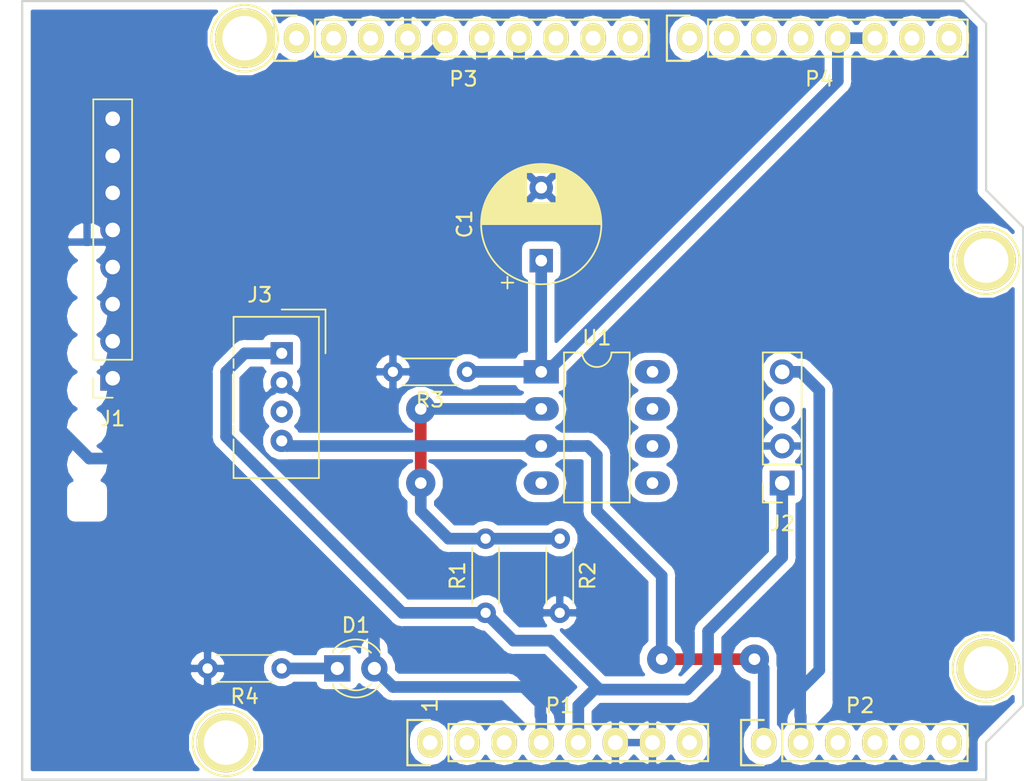
<source format=kicad_pcb>
(kicad_pcb (version 20171130) (host pcbnew "(5.0.1)-rc2")

  (general
    (thickness 1.6)
    (drawings 27)
    (tracks 97)
    (zones 0)
    (modules 18)
    (nets 41)
  )

  (page A4)
  (title_block
    (date "lun. 30 mars 2015")
  )

  (layers
    (0 F.Cu signal)
    (31 B.Cu signal)
    (32 B.Adhes user)
    (33 F.Adhes user)
    (34 B.Paste user)
    (35 F.Paste user)
    (36 B.SilkS user)
    (37 F.SilkS user)
    (38 B.Mask user)
    (39 F.Mask user)
    (40 Dwgs.User user hide)
    (41 Cmts.User user)
    (42 Eco1.User user)
    (43 Eco2.User user)
    (44 Edge.Cuts user)
    (45 Margin user)
    (46 B.CrtYd user)
    (47 F.CrtYd user)
    (48 B.Fab user)
    (49 F.Fab user)
  )

  (setup
    (last_trace_width 0.8)
    (trace_clearance 0.5)
    (zone_clearance 0.508)
    (zone_45_only no)
    (trace_min 0.2)
    (segment_width 0.15)
    (edge_width 0.15)
    (via_size 2)
    (via_drill 0.8)
    (via_min_size 0.4)
    (via_min_drill 0.3)
    (uvia_size 0.3)
    (uvia_drill 0.1)
    (uvias_allowed no)
    (uvia_min_size 0.2)
    (uvia_min_drill 0.1)
    (pcb_text_width 0.3)
    (pcb_text_size 1.5 1.5)
    (mod_edge_width 0.15)
    (mod_text_size 1 1)
    (mod_text_width 0.15)
    (pad_size 4.064 4.064)
    (pad_drill 3.048)
    (pad_to_mask_clearance 0)
    (solder_mask_min_width 0.25)
    (aux_axis_origin 110.998 126.365)
    (grid_origin 110.998 126.365)
    (visible_elements 7FFFFFFF)
    (pcbplotparams
      (layerselection 0x00030_80000001)
      (usegerberextensions false)
      (usegerberattributes false)
      (usegerberadvancedattributes false)
      (creategerberjobfile false)
      (excludeedgelayer true)
      (linewidth 0.100000)
      (plotframeref false)
      (viasonmask false)
      (mode 1)
      (useauxorigin false)
      (hpglpennumber 1)
      (hpglpenspeed 20)
      (hpglpendiameter 15.000000)
      (psnegative false)
      (psa4output false)
      (plotreference true)
      (plotvalue true)
      (plotinvisibletext false)
      (padsonsilk false)
      (subtractmaskfromsilk false)
      (outputformat 1)
      (mirror false)
      (drillshape 1)
      (scaleselection 1)
      (outputdirectory ""))
  )

  (net 0 "")
  (net 1 /IOREF)
  (net 2 /Reset)
  (net 3 +5V)
  (net 4 GND)
  (net 5 /Vin)
  (net 6 /A0)
  (net 7 /A1)
  (net 8 /A2)
  (net 9 /A3)
  (net 10 /AREF)
  (net 11 "/A4(SDA)")
  (net 12 "/A5(SCL)")
  (net 13 "/9(**)")
  (net 14 /8)
  (net 15 /7)
  (net 16 "/6(**)")
  (net 17 "/5(**)")
  (net 18 /4)
  (net 19 /2)
  (net 20 "/1(Tx)")
  (net 21 "/0(Rx)")
  (net 22 "Net-(P5-Pad1)")
  (net 23 "Net-(P6-Pad1)")
  (net 24 "Net-(P7-Pad1)")
  (net 25 "Net-(P8-Pad1)")
  (net 26 "/13(SCK)")
  (net 27 "/10(**/SS)")
  (net 28 "Net-(P1-Pad1)")
  (net 29 +3V3)
  (net 30 "/12(MISO)")
  (net 31 "/11(**/MOSI)")
  (net 32 "Net-(D1-Pad1)")
  (net 33 "Net-(J1-Pad7)")
  (net 34 "Net-(J1-Pad4)")
  (net 35 "Net-(J1-Pad3)")
  (net 36 "Net-(J3-Pad3)")
  (net 37 "Net-(R1-Pad2)")
  (net 38 "Net-(J2-Pad3)")
  (net 39 "Net-(P3-Pad1)")
  (net 40 "Net-(P3-Pad2)")

  (net_class Default "This is the default net class."
    (clearance 0.5)
    (trace_width 0.8)
    (via_dia 2)
    (via_drill 0.8)
    (uvia_dia 0.3)
    (uvia_drill 0.1)
    (add_net +3V3)
    (add_net +5V)
    (add_net "/0(Rx)")
    (add_net "/1(Tx)")
    (add_net "/10(**/SS)")
    (add_net "/11(**/MOSI)")
    (add_net "/12(MISO)")
    (add_net "/13(SCK)")
    (add_net /2)
    (add_net /4)
    (add_net "/5(**)")
    (add_net "/6(**)")
    (add_net /7)
    (add_net /8)
    (add_net "/9(**)")
    (add_net /A0)
    (add_net /A1)
    (add_net /A2)
    (add_net /A3)
    (add_net "/A4(SDA)")
    (add_net "/A5(SCL)")
    (add_net /AREF)
    (add_net /IOREF)
    (add_net /Reset)
    (add_net /Vin)
    (add_net GND)
    (add_net "Net-(D1-Pad1)")
    (add_net "Net-(J1-Pad3)")
    (add_net "Net-(J1-Pad4)")
    (add_net "Net-(J1-Pad7)")
    (add_net "Net-(J2-Pad3)")
    (add_net "Net-(J3-Pad3)")
    (add_net "Net-(P1-Pad1)")
    (add_net "Net-(P3-Pad1)")
    (add_net "Net-(P3-Pad2)")
    (add_net "Net-(P5-Pad1)")
    (add_net "Net-(P6-Pad1)")
    (add_net "Net-(P7-Pad1)")
    (add_net "Net-(P8-Pad1)")
    (add_net "Net-(R1-Pad2)")
  )

  (module Socket_Arduino_Uno:Socket_Strip_Arduino_1x08 locked (layer F.Cu) (tedit 552168D2) (tstamp 551AF9EA)
    (at 138.938 123.825)
    (descr "Through hole socket strip")
    (tags "socket strip")
    (path /56D70129)
    (fp_text reference P1 (at 8.89 -2.54) (layer F.SilkS)
      (effects (font (size 1 1) (thickness 0.15)))
    )
    (fp_text value Power (at 8.89 -4.064) (layer F.Fab)
      (effects (font (size 1 1) (thickness 0.15)))
    )
    (fp_line (start -1.75 -1.75) (end -1.75 1.75) (layer F.CrtYd) (width 0.05))
    (fp_line (start 19.55 -1.75) (end 19.55 1.75) (layer F.CrtYd) (width 0.05))
    (fp_line (start -1.75 -1.75) (end 19.55 -1.75) (layer F.CrtYd) (width 0.05))
    (fp_line (start -1.75 1.75) (end 19.55 1.75) (layer F.CrtYd) (width 0.05))
    (fp_line (start 1.27 1.27) (end 19.05 1.27) (layer F.SilkS) (width 0.15))
    (fp_line (start 19.05 1.27) (end 19.05 -1.27) (layer F.SilkS) (width 0.15))
    (fp_line (start 19.05 -1.27) (end 1.27 -1.27) (layer F.SilkS) (width 0.15))
    (fp_line (start -1.55 1.55) (end 0 1.55) (layer F.SilkS) (width 0.15))
    (fp_line (start 1.27 1.27) (end 1.27 -1.27) (layer F.SilkS) (width 0.15))
    (fp_line (start 0 -1.55) (end -1.55 -1.55) (layer F.SilkS) (width 0.15))
    (fp_line (start -1.55 -1.55) (end -1.55 1.55) (layer F.SilkS) (width 0.15))
    (pad 1 thru_hole oval (at 0 0) (size 1.7272 2.032) (drill 1.016) (layers *.Cu *.Mask F.SilkS)
      (net 28 "Net-(P1-Pad1)"))
    (pad 2 thru_hole oval (at 2.54 0) (size 1.7272 2.032) (drill 1.016) (layers *.Cu *.Mask F.SilkS)
      (net 1 /IOREF))
    (pad 3 thru_hole oval (at 5.08 0) (size 1.7272 2.032) (drill 1.016) (layers *.Cu *.Mask F.SilkS)
      (net 2 /Reset))
    (pad 4 thru_hole oval (at 7.62 0) (size 1.7272 2.032) (drill 1.016) (layers *.Cu *.Mask F.SilkS)
      (net 29 +3V3))
    (pad 5 thru_hole oval (at 10.16 0) (size 1.7272 2.032) (drill 1.016) (layers *.Cu *.Mask F.SilkS)
      (net 3 +5V))
    (pad 6 thru_hole oval (at 12.7 0) (size 1.7272 2.032) (drill 1.016) (layers *.Cu *.Mask F.SilkS)
      (net 4 GND))
    (pad 7 thru_hole oval (at 15.24 0) (size 1.7272 2.032) (drill 1.016) (layers *.Cu *.Mask F.SilkS)
      (net 4 GND))
    (pad 8 thru_hole oval (at 17.78 0) (size 1.7272 2.032) (drill 1.016) (layers *.Cu *.Mask F.SilkS)
      (net 5 /Vin))
    (model ${KIPRJMOD}/Socket_Arduino_Uno.3dshapes/Socket_header_Arduino_1x08.wrl
      (offset (xyz 8.889999866485596 0 0))
      (scale (xyz 1 1 1))
      (rotate (xyz 0 0 180))
    )
  )

  (module Socket_Arduino_Uno:Socket_Strip_Arduino_1x06 locked (layer F.Cu) (tedit 552168D6) (tstamp 551AF9FF)
    (at 161.798 123.825)
    (descr "Through hole socket strip")
    (tags "socket strip")
    (path /56D70DD8)
    (fp_text reference P2 (at 6.604 -2.54) (layer F.SilkS)
      (effects (font (size 1 1) (thickness 0.15)))
    )
    (fp_text value Analog (at 6.604 -4.064) (layer F.Fab)
      (effects (font (size 1 1) (thickness 0.15)))
    )
    (fp_line (start -1.75 -1.75) (end -1.75 1.75) (layer F.CrtYd) (width 0.05))
    (fp_line (start 14.45 -1.75) (end 14.45 1.75) (layer F.CrtYd) (width 0.05))
    (fp_line (start -1.75 -1.75) (end 14.45 -1.75) (layer F.CrtYd) (width 0.05))
    (fp_line (start -1.75 1.75) (end 14.45 1.75) (layer F.CrtYd) (width 0.05))
    (fp_line (start 1.27 1.27) (end 13.97 1.27) (layer F.SilkS) (width 0.15))
    (fp_line (start 13.97 1.27) (end 13.97 -1.27) (layer F.SilkS) (width 0.15))
    (fp_line (start 13.97 -1.27) (end 1.27 -1.27) (layer F.SilkS) (width 0.15))
    (fp_line (start -1.55 1.55) (end 0 1.55) (layer F.SilkS) (width 0.15))
    (fp_line (start 1.27 1.27) (end 1.27 -1.27) (layer F.SilkS) (width 0.15))
    (fp_line (start 0 -1.55) (end -1.55 -1.55) (layer F.SilkS) (width 0.15))
    (fp_line (start -1.55 -1.55) (end -1.55 1.55) (layer F.SilkS) (width 0.15))
    (pad 1 thru_hole oval (at 0 0) (size 1.7272 2.032) (drill 1.016) (layers *.Cu *.Mask F.SilkS)
      (net 6 /A0))
    (pad 2 thru_hole oval (at 2.54 0) (size 1.7272 2.032) (drill 1.016) (layers *.Cu *.Mask F.SilkS)
      (net 7 /A1))
    (pad 3 thru_hole oval (at 5.08 0) (size 1.7272 2.032) (drill 1.016) (layers *.Cu *.Mask F.SilkS)
      (net 8 /A2))
    (pad 4 thru_hole oval (at 7.62 0) (size 1.7272 2.032) (drill 1.016) (layers *.Cu *.Mask F.SilkS)
      (net 9 /A3))
    (pad 5 thru_hole oval (at 10.16 0) (size 1.7272 2.032) (drill 1.016) (layers *.Cu *.Mask F.SilkS)
      (net 11 "/A4(SDA)"))
    (pad 6 thru_hole oval (at 12.7 0) (size 1.7272 2.032) (drill 1.016) (layers *.Cu *.Mask F.SilkS)
      (net 12 "/A5(SCL)"))
    (model ${KIPRJMOD}/Socket_Arduino_Uno.3dshapes/Socket_header_Arduino_1x06.wrl
      (offset (xyz 6.349999904632568 0 0))
      (scale (xyz 1 1 1))
      (rotate (xyz 0 0 180))
    )
  )

  (module Socket_Arduino_Uno:Socket_Strip_Arduino_1x10 locked (layer F.Cu) (tedit 552168BF) (tstamp 551AFA18)
    (at 129.794 75.565)
    (descr "Through hole socket strip")
    (tags "socket strip")
    (path /56D721E0)
    (fp_text reference P3 (at 11.43 2.794) (layer F.SilkS)
      (effects (font (size 1 1) (thickness 0.15)))
    )
    (fp_text value Digital (at 11.43 4.318) (layer F.Fab)
      (effects (font (size 1 1) (thickness 0.15)))
    )
    (fp_line (start -1.75 -1.75) (end -1.75 1.75) (layer F.CrtYd) (width 0.05))
    (fp_line (start 24.65 -1.75) (end 24.65 1.75) (layer F.CrtYd) (width 0.05))
    (fp_line (start -1.75 -1.75) (end 24.65 -1.75) (layer F.CrtYd) (width 0.05))
    (fp_line (start -1.75 1.75) (end 24.65 1.75) (layer F.CrtYd) (width 0.05))
    (fp_line (start 1.27 1.27) (end 24.13 1.27) (layer F.SilkS) (width 0.15))
    (fp_line (start 24.13 1.27) (end 24.13 -1.27) (layer F.SilkS) (width 0.15))
    (fp_line (start 24.13 -1.27) (end 1.27 -1.27) (layer F.SilkS) (width 0.15))
    (fp_line (start -1.55 1.55) (end 0 1.55) (layer F.SilkS) (width 0.15))
    (fp_line (start 1.27 1.27) (end 1.27 -1.27) (layer F.SilkS) (width 0.15))
    (fp_line (start 0 -1.55) (end -1.55 -1.55) (layer F.SilkS) (width 0.15))
    (fp_line (start -1.55 -1.55) (end -1.55 1.55) (layer F.SilkS) (width 0.15))
    (pad 1 thru_hole oval (at 0 0) (size 1.7272 2.032) (drill 1.016) (layers *.Cu *.Mask F.SilkS)
      (net 39 "Net-(P3-Pad1)"))
    (pad 2 thru_hole oval (at 2.54 0) (size 1.7272 2.032) (drill 1.016) (layers *.Cu *.Mask F.SilkS)
      (net 40 "Net-(P3-Pad2)"))
    (pad 3 thru_hole oval (at 5.08 0) (size 1.7272 2.032) (drill 1.016) (layers *.Cu *.Mask F.SilkS)
      (net 10 /AREF))
    (pad 4 thru_hole oval (at 7.62 0) (size 1.7272 2.032) (drill 1.016) (layers *.Cu *.Mask F.SilkS)
      (net 4 GND))
    (pad 5 thru_hole oval (at 10.16 0) (size 1.7272 2.032) (drill 1.016) (layers *.Cu *.Mask F.SilkS)
      (net 26 "/13(SCK)"))
    (pad 6 thru_hole oval (at 12.7 0) (size 1.7272 2.032) (drill 1.016) (layers *.Cu *.Mask F.SilkS)
      (net 30 "/12(MISO)"))
    (pad 7 thru_hole oval (at 15.24 0) (size 1.7272 2.032) (drill 1.016) (layers *.Cu *.Mask F.SilkS)
      (net 31 "/11(**/MOSI)"))
    (pad 8 thru_hole oval (at 17.78 0) (size 1.7272 2.032) (drill 1.016) (layers *.Cu *.Mask F.SilkS)
      (net 27 "/10(**/SS)"))
    (pad 9 thru_hole oval (at 20.32 0) (size 1.7272 2.032) (drill 1.016) (layers *.Cu *.Mask F.SilkS)
      (net 13 "/9(**)"))
    (pad 10 thru_hole oval (at 22.86 0) (size 1.7272 2.032) (drill 1.016) (layers *.Cu *.Mask F.SilkS)
      (net 14 /8))
    (model ${KIPRJMOD}/Socket_Arduino_Uno.3dshapes/Socket_header_Arduino_1x10.wrl
      (offset (xyz 11.42999982833862 0 0))
      (scale (xyz 1 1 1))
      (rotate (xyz 0 0 180))
    )
  )

  (module Socket_Arduino_Uno:Socket_Strip_Arduino_1x08 locked (layer F.Cu) (tedit 552168C7) (tstamp 551AFA2F)
    (at 156.718 75.565)
    (descr "Through hole socket strip")
    (tags "socket strip")
    (path /56D7164F)
    (fp_text reference P4 (at 8.89 2.794) (layer F.SilkS)
      (effects (font (size 1 1) (thickness 0.15)))
    )
    (fp_text value Digital (at 8.89 4.318) (layer F.Fab)
      (effects (font (size 1 1) (thickness 0.15)))
    )
    (fp_line (start -1.75 -1.75) (end -1.75 1.75) (layer F.CrtYd) (width 0.05))
    (fp_line (start 19.55 -1.75) (end 19.55 1.75) (layer F.CrtYd) (width 0.05))
    (fp_line (start -1.75 -1.75) (end 19.55 -1.75) (layer F.CrtYd) (width 0.05))
    (fp_line (start -1.75 1.75) (end 19.55 1.75) (layer F.CrtYd) (width 0.05))
    (fp_line (start 1.27 1.27) (end 19.05 1.27) (layer F.SilkS) (width 0.15))
    (fp_line (start 19.05 1.27) (end 19.05 -1.27) (layer F.SilkS) (width 0.15))
    (fp_line (start 19.05 -1.27) (end 1.27 -1.27) (layer F.SilkS) (width 0.15))
    (fp_line (start -1.55 1.55) (end 0 1.55) (layer F.SilkS) (width 0.15))
    (fp_line (start 1.27 1.27) (end 1.27 -1.27) (layer F.SilkS) (width 0.15))
    (fp_line (start 0 -1.55) (end -1.55 -1.55) (layer F.SilkS) (width 0.15))
    (fp_line (start -1.55 -1.55) (end -1.55 1.55) (layer F.SilkS) (width 0.15))
    (pad 1 thru_hole oval (at 0 0) (size 1.7272 2.032) (drill 1.016) (layers *.Cu *.Mask F.SilkS)
      (net 15 /7))
    (pad 2 thru_hole oval (at 2.54 0) (size 1.7272 2.032) (drill 1.016) (layers *.Cu *.Mask F.SilkS)
      (net 16 "/6(**)"))
    (pad 3 thru_hole oval (at 5.08 0) (size 1.7272 2.032) (drill 1.016) (layers *.Cu *.Mask F.SilkS)
      (net 17 "/5(**)"))
    (pad 4 thru_hole oval (at 7.62 0) (size 1.7272 2.032) (drill 1.016) (layers *.Cu *.Mask F.SilkS)
      (net 18 /4))
    (pad 5 thru_hole oval (at 10.16 0) (size 1.7272 2.032) (drill 1.016) (layers *.Cu *.Mask F.SilkS)
      (net 19 /2))
    (pad 6 thru_hole oval (at 12.7 0) (size 1.7272 2.032) (drill 1.016) (layers *.Cu *.Mask F.SilkS)
      (net 19 /2))
    (pad 7 thru_hole oval (at 15.24 0) (size 1.7272 2.032) (drill 1.016) (layers *.Cu *.Mask F.SilkS)
      (net 20 "/1(Tx)"))
    (pad 8 thru_hole oval (at 17.78 0) (size 1.7272 2.032) (drill 1.016) (layers *.Cu *.Mask F.SilkS)
      (net 21 "/0(Rx)"))
    (model ${KIPRJMOD}/Socket_Arduino_Uno.3dshapes/Socket_header_Arduino_1x08.wrl
      (offset (xyz 8.889999866485596 0 0))
      (scale (xyz 1 1 1))
      (rotate (xyz 0 0 180))
    )
  )

  (module Socket_Arduino_Uno:Arduino_1pin locked (layer F.Cu) (tedit 5524FC39) (tstamp 5524FC3F)
    (at 124.968 123.825)
    (descr "module 1 pin (ou trou mecanique de percage)")
    (tags DEV)
    (path /56D71177)
    (fp_text reference P5 (at 0 -3.048) (layer F.SilkS) hide
      (effects (font (size 1 1) (thickness 0.15)))
    )
    (fp_text value CONN_01X01 (at 0 2.794) (layer F.Fab) hide
      (effects (font (size 1 1) (thickness 0.15)))
    )
    (fp_circle (center 0 0) (end 0 -2.286) (layer F.SilkS) (width 0.15))
    (pad 1 thru_hole circle (at 0 0) (size 4.064 4.064) (drill 3.048) (layers *.Cu *.Mask F.SilkS)
      (net 22 "Net-(P5-Pad1)"))
  )

  (module Socket_Arduino_Uno:Arduino_1pin locked (layer F.Cu) (tedit 5524FC4A) (tstamp 5524FC44)
    (at 177.038 118.745)
    (descr "module 1 pin (ou trou mecanique de percage)")
    (tags DEV)
    (path /56D71274)
    (fp_text reference P6 (at 0 -3.048) (layer F.SilkS) hide
      (effects (font (size 1 1) (thickness 0.15)))
    )
    (fp_text value CONN_01X01 (at 0 2.794) (layer F.Fab) hide
      (effects (font (size 1 1) (thickness 0.15)))
    )
    (fp_circle (center 0 0) (end 0 -2.286) (layer F.SilkS) (width 0.15))
    (pad 1 thru_hole circle (at 0 0) (size 4.064 4.064) (drill 3.048) (layers *.Cu *.Mask F.SilkS)
      (net 23 "Net-(P6-Pad1)"))
  )

  (module Socket_Arduino_Uno:Arduino_1pin locked (layer F.Cu) (tedit 5524FC2F) (tstamp 5524FC49)
    (at 126.238 75.565)
    (descr "module 1 pin (ou trou mecanique de percage)")
    (tags DEV)
    (path /56D712A8)
    (fp_text reference P7 (at 0 -3.048) (layer F.SilkS) hide
      (effects (font (size 1 1) (thickness 0.15)))
    )
    (fp_text value CONN_01X01 (at 0 2.794) (layer F.Fab) hide
      (effects (font (size 1 1) (thickness 0.15)))
    )
    (fp_circle (center 0 0) (end 0 -2.286) (layer F.SilkS) (width 0.15))
    (pad 1 thru_hole circle (at 0 0) (size 4.064 4.064) (drill 3.048) (layers *.Cu *.Mask F.SilkS)
      (net 24 "Net-(P7-Pad1)"))
  )

  (module Socket_Arduino_Uno:Arduino_1pin locked (layer F.Cu) (tedit 5524FC41) (tstamp 5524FC4E)
    (at 177.038 90.805)
    (descr "module 1 pin (ou trou mecanique de percage)")
    (tags DEV)
    (path /56D712DB)
    (fp_text reference P8 (at 0 -3.048) (layer F.SilkS) hide
      (effects (font (size 1 1) (thickness 0.15)))
    )
    (fp_text value CONN_01X01 (at 0 2.794) (layer F.Fab) hide
      (effects (font (size 1 1) (thickness 0.15)))
    )
    (fp_circle (center 0 0) (end 0 -2.286) (layer F.SilkS) (width 0.15))
    (pad 1 thru_hole circle (at 0 0) (size 4.064 4.064) (drill 3.048) (layers *.Cu *.Mask F.SilkS)
      (net 25 "Net-(P8-Pad1)"))
  )

  (module LED_THT:LED_D3.0mm (layer F.Cu) (tedit 587A3A7B) (tstamp 5BD50AD0)
    (at 132.588 118.745)
    (descr "LED, diameter 3.0mm, 2 pins")
    (tags "LED diameter 3.0mm 2 pins")
    (path /5BCAC0D9)
    (fp_text reference D1 (at 1.27 -2.96) (layer F.SilkS)
      (effects (font (size 1 1) (thickness 0.15)))
    )
    (fp_text value LED (at 1.27 2.96) (layer F.Fab)
      (effects (font (size 1 1) (thickness 0.15)))
    )
    (fp_arc (start 1.27 0) (end -0.23 -1.16619) (angle 284.3) (layer F.Fab) (width 0.1))
    (fp_arc (start 1.27 0) (end -0.29 -1.235516) (angle 108.8) (layer F.SilkS) (width 0.12))
    (fp_arc (start 1.27 0) (end -0.29 1.235516) (angle -108.8) (layer F.SilkS) (width 0.12))
    (fp_arc (start 1.27 0) (end 0.229039 -1.08) (angle 87.9) (layer F.SilkS) (width 0.12))
    (fp_arc (start 1.27 0) (end 0.229039 1.08) (angle -87.9) (layer F.SilkS) (width 0.12))
    (fp_circle (center 1.27 0) (end 2.77 0) (layer F.Fab) (width 0.1))
    (fp_line (start -0.23 -1.16619) (end -0.23 1.16619) (layer F.Fab) (width 0.1))
    (fp_line (start -0.29 -1.236) (end -0.29 -1.08) (layer F.SilkS) (width 0.12))
    (fp_line (start -0.29 1.08) (end -0.29 1.236) (layer F.SilkS) (width 0.12))
    (fp_line (start -1.15 -2.25) (end -1.15 2.25) (layer F.CrtYd) (width 0.05))
    (fp_line (start -1.15 2.25) (end 3.7 2.25) (layer F.CrtYd) (width 0.05))
    (fp_line (start 3.7 2.25) (end 3.7 -2.25) (layer F.CrtYd) (width 0.05))
    (fp_line (start 3.7 -2.25) (end -1.15 -2.25) (layer F.CrtYd) (width 0.05))
    (pad 1 thru_hole rect (at 0 0) (size 1.8 1.8) (drill 0.9) (layers *.Cu *.Mask)
      (net 32 "Net-(D1-Pad1)"))
    (pad 2 thru_hole circle (at 2.54 0) (size 1.8 1.8) (drill 0.9) (layers *.Cu *.Mask)
      (net 29 +3V3))
    (model ${KISYS3DMOD}/LED_THT.3dshapes/LED_D3.0mm.wrl
      (at (xyz 0 0 0))
      (scale (xyz 1 1 1))
      (rotate (xyz 0 0 0))
    )
  )

  (module Connector_PinSocket_2.54mm:PinSocket_1x08_P2.54mm_Vertical (layer F.Cu) (tedit 5A19A420) (tstamp 5BD50AEC)
    (at 117.198 98.865 180)
    (descr "Through hole straight socket strip, 1x08, 2.54mm pitch, single row (from Kicad 4.0.7), script generated")
    (tags "Through hole socket strip THT 1x08 2.54mm single row")
    (path /5BC6E495)
    (fp_text reference J1 (at 0 -2.77 180) (layer F.SilkS)
      (effects (font (size 1 1) (thickness 0.15)))
    )
    (fp_text value Conn_01x08_Female (at 0 20.55 180) (layer F.Fab)
      (effects (font (size 1 1) (thickness 0.15)))
    )
    (fp_text user %R (at -2.54 3.81 270) (layer F.Fab)
      (effects (font (size 1 1) (thickness 0.15)))
    )
    (fp_line (start -1.8 19.55) (end -1.8 -1.8) (layer F.CrtYd) (width 0.05))
    (fp_line (start 1.75 19.55) (end -1.8 19.55) (layer F.CrtYd) (width 0.05))
    (fp_line (start 1.75 -1.8) (end 1.75 19.55) (layer F.CrtYd) (width 0.05))
    (fp_line (start -1.8 -1.8) (end 1.75 -1.8) (layer F.CrtYd) (width 0.05))
    (fp_line (start 0 -1.33) (end 1.33 -1.33) (layer F.SilkS) (width 0.12))
    (fp_line (start 1.33 -1.33) (end 1.33 0) (layer F.SilkS) (width 0.12))
    (fp_line (start 1.33 1.27) (end 1.33 19.11) (layer F.SilkS) (width 0.12))
    (fp_line (start -1.33 19.11) (end 1.33 19.11) (layer F.SilkS) (width 0.12))
    (fp_line (start -1.33 1.27) (end -1.33 19.11) (layer F.SilkS) (width 0.12))
    (fp_line (start -1.33 1.27) (end 1.33 1.27) (layer F.SilkS) (width 0.12))
    (fp_line (start -1.27 19.05) (end -1.27 -1.27) (layer F.Fab) (width 0.1))
    (fp_line (start 1.27 19.05) (end -1.27 19.05) (layer F.Fab) (width 0.1))
    (fp_line (start 1.27 -0.635) (end 1.27 19.05) (layer F.Fab) (width 0.1))
    (fp_line (start 0.635 -1.27) (end 1.27 -0.635) (layer F.Fab) (width 0.1))
    (fp_line (start -1.27 -1.27) (end 0.635 -1.27) (layer F.Fab) (width 0.1))
    (pad 8 thru_hole oval (at 0 17.78 180) (size 1.7 1.7) (drill 1) (layers *.Cu *.Mask)
      (net 4 GND))
    (pad 7 thru_hole oval (at 0 15.24 180) (size 1.7 1.7) (drill 1) (layers *.Cu *.Mask)
      (net 33 "Net-(J1-Pad7)"))
    (pad 6 thru_hole oval (at 0 12.7 180) (size 1.7 1.7) (drill 1) (layers *.Cu *.Mask)
      (net 29 +3V3))
    (pad 5 thru_hole oval (at 0 10.16 180) (size 1.7 1.7) (drill 1) (layers *.Cu *.Mask)
      (net 26 "/13(SCK)"))
    (pad 4 thru_hole oval (at 0 7.62 180) (size 1.7 1.7) (drill 1) (layers *.Cu *.Mask)
      (net 34 "Net-(J1-Pad4)"))
    (pad 3 thru_hole oval (at 0 5.08 180) (size 1.7 1.7) (drill 1) (layers *.Cu *.Mask)
      (net 35 "Net-(J1-Pad3)"))
    (pad 2 thru_hole oval (at 0 2.54 180) (size 1.7 1.7) (drill 1) (layers *.Cu *.Mask)
      (net 30 "/12(MISO)"))
    (pad 1 thru_hole rect (at 0 0 180) (size 1.7 1.7) (drill 1) (layers *.Cu *.Mask)
      (net 31 "/11(**/MOSI)"))
    (model ${KISYS3DMOD}/Connector_PinSocket_2.54mm.3dshapes/PinSocket_1x08_P2.54mm_Vertical.wrl
      (at (xyz 0 0 0))
      (scale (xyz 1 1 1))
      (rotate (xyz 0 0 0))
    )
  )

  (module Connector:NS-Tech_Grove_1x04_P2mm_Vertical (layer F.Cu) (tedit 5BC8932D) (tstamp 5BD50B25)
    (at 128.778 97.155)
    (descr https://statics3.seeedstudio.com/images/opl/datasheet/3470130P1.pdf)
    (tags Grove-1x04)
    (path /5BC95039)
    (fp_text reference J3 (at -1.5 -4) (layer F.SilkS)
      (effects (font (size 1 1) (thickness 0.15)))
    )
    (fp_text value Conn_01x04_Female (at 4.19 2.83 90) (layer F.Fab)
      (effects (font (size 1 1) (thickness 0.15)))
    )
    (fp_text user %R (at -2 2 90) (layer F.Fab)
      (effects (font (size 1 1) (thickness 0.15)))
    )
    (fp_line (start 0.9 0) (end 2.2 1) (layer F.Fab) (width 0.1))
    (fp_line (start 2.2 -1) (end 0.9 0) (layer F.Fab) (width 0.1))
    (fp_line (start 3 -3) (end 3 0) (layer F.SilkS) (width 0.12))
    (fp_line (start 0 -3) (end 3 -3) (layer F.SilkS) (width 0.12))
    (fp_line (start -3.45 -2.65) (end -3.45 8.7) (layer F.CrtYd) (width 0.05))
    (fp_line (start -3.45 8.7) (end 2.7 8.7) (layer F.CrtYd) (width 0.05))
    (fp_line (start 2.7 8.7) (end 2.7 -2.65) (layer F.CrtYd) (width 0.05))
    (fp_line (start -3.45 -2.65) (end 2.7 -2.65) (layer F.CrtYd) (width 0.05))
    (fp_line (start -3.3 5) (end -3.3 5.6) (layer F.SilkS) (width 0.12))
    (fp_line (start -3.3 0.4) (end -3.3 1) (layer F.SilkS) (width 0.12))
    (fp_line (start 2.55 -2.5) (end 2.55 8.55) (layer F.SilkS) (width 0.12))
    (fp_line (start -3.3 -2.5) (end 2.55 -2.5) (layer F.SilkS) (width 0.12))
    (fp_line (start -3.3 1.25) (end -3.3 4.75) (layer F.SilkS) (width 0.12))
    (fp_line (start -3.3 8.55) (end 2.55 8.55) (layer F.SilkS) (width 0.12))
    (fp_line (start -3.3 -2.5) (end -3.3 0.15) (layer F.SilkS) (width 0.12))
    (fp_line (start -3.3 5.9) (end -3.3 8.55) (layer F.SilkS) (width 0.12))
    (fp_line (start -2.9 -2.1) (end 2.2 -2.1) (layer F.Fab) (width 0.1))
    (fp_line (start 2.2 -2.1) (end 2.2 8.1) (layer F.Fab) (width 0.1))
    (fp_line (start 2.2 8.1) (end -2.9 8.1) (layer F.Fab) (width 0.1))
    (fp_line (start -2.9 8.1) (end -2.9 -2.1) (layer F.Fab) (width 0.1))
    (pad 1 thru_hole rect (at 0 0) (size 1.524 1.524) (drill 0.762) (layers *.Cu *.Mask)
      (net 3 +5V))
    (pad 2 thru_hole circle (at 0 2) (size 1.524 1.524) (drill 0.762) (layers *.Cu *.Mask)
      (net 4 GND))
    (pad 3 thru_hole circle (at 0 4) (size 1.524 1.524) (drill 0.762) (layers *.Cu *.Mask)
      (net 36 "Net-(J3-Pad3)"))
    (pad 4 thru_hole circle (at 0 6) (size 1.524 1.524) (drill 0.762) (layers *.Cu *.Mask)
      (net 6 /A0))
    (model ${KISYS3DMOD}/Connector.3dshapes/NS-Tech_Grove_1x04_P2mm_Vertical.wrl
      (at (xyz 0 0 0))
      (scale (xyz 0.3937 0.3937 0.3937))
      (rotate (xyz 0 0 -90))
    )
  )

  (module Resistor_THT:R_Axial_DIN0204_L3.6mm_D1.6mm_P5.08mm_Horizontal (layer F.Cu) (tedit 5AE5139B) (tstamp 5BD50B38)
    (at 142.748 114.935 90)
    (descr "Resistor, Axial_DIN0204 series, Axial, Horizontal, pin pitch=5.08mm, 0.167W, length*diameter=3.6*1.6mm^2, http://cdn-reichelt.de/documents/datenblatt/B400/1_4W%23YAG.pdf")
    (tags "Resistor Axial_DIN0204 series Axial Horizontal pin pitch 5.08mm 0.167W length 3.6mm diameter 1.6mm")
    (path /5BC99DC3)
    (fp_text reference R1 (at 2.54 -1.92 90) (layer F.SilkS)
      (effects (font (size 1 1) (thickness 0.15)))
    )
    (fp_text value R (at 2.54 1.92 90) (layer F.Fab)
      (effects (font (size 1 1) (thickness 0.15)))
    )
    (fp_text user %R (at 2.54 0 90) (layer F.Fab)
      (effects (font (size 0.72 0.72) (thickness 0.108)))
    )
    (fp_line (start 6.03 -1.05) (end -0.95 -1.05) (layer F.CrtYd) (width 0.05))
    (fp_line (start 6.03 1.05) (end 6.03 -1.05) (layer F.CrtYd) (width 0.05))
    (fp_line (start -0.95 1.05) (end 6.03 1.05) (layer F.CrtYd) (width 0.05))
    (fp_line (start -0.95 -1.05) (end -0.95 1.05) (layer F.CrtYd) (width 0.05))
    (fp_line (start 0.62 0.92) (end 4.46 0.92) (layer F.SilkS) (width 0.12))
    (fp_line (start 0.62 -0.92) (end 4.46 -0.92) (layer F.SilkS) (width 0.12))
    (fp_line (start 5.08 0) (end 4.34 0) (layer F.Fab) (width 0.1))
    (fp_line (start 0 0) (end 0.74 0) (layer F.Fab) (width 0.1))
    (fp_line (start 4.34 -0.8) (end 0.74 -0.8) (layer F.Fab) (width 0.1))
    (fp_line (start 4.34 0.8) (end 4.34 -0.8) (layer F.Fab) (width 0.1))
    (fp_line (start 0.74 0.8) (end 4.34 0.8) (layer F.Fab) (width 0.1))
    (fp_line (start 0.74 -0.8) (end 0.74 0.8) (layer F.Fab) (width 0.1))
    (pad 2 thru_hole oval (at 5.08 0 90) (size 1.4 1.4) (drill 0.7) (layers *.Cu *.Mask)
      (net 37 "Net-(R1-Pad2)"))
    (pad 1 thru_hole circle (at 0 0 90) (size 1.4 1.4) (drill 0.7) (layers *.Cu *.Mask)
      (net 3 +5V))
    (model ${KISYS3DMOD}/Resistor_THT.3dshapes/R_Axial_DIN0204_L3.6mm_D1.6mm_P5.08mm_Horizontal.wrl
      (at (xyz 0 0 0))
      (scale (xyz 1 1 1))
      (rotate (xyz 0 0 0))
    )
  )

  (module Resistor_THT:R_Axial_DIN0204_L3.6mm_D1.6mm_P5.08mm_Horizontal (layer F.Cu) (tedit 5AE5139B) (tstamp 5BD50B4B)
    (at 147.828 109.855 270)
    (descr "Resistor, Axial_DIN0204 series, Axial, Horizontal, pin pitch=5.08mm, 0.167W, length*diameter=3.6*1.6mm^2, http://cdn-reichelt.de/documents/datenblatt/B400/1_4W%23YAG.pdf")
    (tags "Resistor Axial_DIN0204 series Axial Horizontal pin pitch 5.08mm 0.167W length 3.6mm diameter 1.6mm")
    (path /5BC99E2F)
    (fp_text reference R2 (at 2.54 -1.92 270) (layer F.SilkS)
      (effects (font (size 1 1) (thickness 0.15)))
    )
    (fp_text value R (at 2.54 1.92 270) (layer F.Fab)
      (effects (font (size 1 1) (thickness 0.15)))
    )
    (fp_line (start 0.74 -0.8) (end 0.74 0.8) (layer F.Fab) (width 0.1))
    (fp_line (start 0.74 0.8) (end 4.34 0.8) (layer F.Fab) (width 0.1))
    (fp_line (start 4.34 0.8) (end 4.34 -0.8) (layer F.Fab) (width 0.1))
    (fp_line (start 4.34 -0.8) (end 0.74 -0.8) (layer F.Fab) (width 0.1))
    (fp_line (start 0 0) (end 0.74 0) (layer F.Fab) (width 0.1))
    (fp_line (start 5.08 0) (end 4.34 0) (layer F.Fab) (width 0.1))
    (fp_line (start 0.62 -0.92) (end 4.46 -0.92) (layer F.SilkS) (width 0.12))
    (fp_line (start 0.62 0.92) (end 4.46 0.92) (layer F.SilkS) (width 0.12))
    (fp_line (start -0.95 -1.05) (end -0.95 1.05) (layer F.CrtYd) (width 0.05))
    (fp_line (start -0.95 1.05) (end 6.03 1.05) (layer F.CrtYd) (width 0.05))
    (fp_line (start 6.03 1.05) (end 6.03 -1.05) (layer F.CrtYd) (width 0.05))
    (fp_line (start 6.03 -1.05) (end -0.95 -1.05) (layer F.CrtYd) (width 0.05))
    (fp_text user %R (at 2.54 0 270) (layer F.Fab)
      (effects (font (size 0.72 0.72) (thickness 0.108)))
    )
    (pad 1 thru_hole circle (at 0 0 270) (size 1.4 1.4) (drill 0.7) (layers *.Cu *.Mask)
      (net 37 "Net-(R1-Pad2)"))
    (pad 2 thru_hole oval (at 5.08 0 270) (size 1.4 1.4) (drill 0.7) (layers *.Cu *.Mask)
      (net 4 GND))
    (model ${KISYS3DMOD}/Resistor_THT.3dshapes/R_Axial_DIN0204_L3.6mm_D1.6mm_P5.08mm_Horizontal.wrl
      (at (xyz 0 0 0))
      (scale (xyz 1 1 1))
      (rotate (xyz 0 0 0))
    )
  )

  (module Resistor_THT:R_Axial_DIN0204_L3.6mm_D1.6mm_P5.08mm_Horizontal (layer F.Cu) (tedit 5AE5139B) (tstamp 5BD50B5E)
    (at 141.478 98.425 180)
    (descr "Resistor, Axial_DIN0204 series, Axial, Horizontal, pin pitch=5.08mm, 0.167W, length*diameter=3.6*1.6mm^2, http://cdn-reichelt.de/documents/datenblatt/B400/1_4W%23YAG.pdf")
    (tags "Resistor Axial_DIN0204 series Axial Horizontal pin pitch 5.08mm 0.167W length 3.6mm diameter 1.6mm")
    (path /5BC99EB9)
    (fp_text reference R3 (at 2.54 -1.92 180) (layer F.SilkS)
      (effects (font (size 1 1) (thickness 0.15)))
    )
    (fp_text value R (at 2.54 1.92 180) (layer F.Fab)
      (effects (font (size 1 1) (thickness 0.15)))
    )
    (fp_text user %R (at 2.54 0) (layer F.Fab)
      (effects (font (size 0.72 0.72) (thickness 0.108)))
    )
    (fp_line (start 6.03 -1.05) (end -0.95 -1.05) (layer F.CrtYd) (width 0.05))
    (fp_line (start 6.03 1.05) (end 6.03 -1.05) (layer F.CrtYd) (width 0.05))
    (fp_line (start -0.95 1.05) (end 6.03 1.05) (layer F.CrtYd) (width 0.05))
    (fp_line (start -0.95 -1.05) (end -0.95 1.05) (layer F.CrtYd) (width 0.05))
    (fp_line (start 0.62 0.92) (end 4.46 0.92) (layer F.SilkS) (width 0.12))
    (fp_line (start 0.62 -0.92) (end 4.46 -0.92) (layer F.SilkS) (width 0.12))
    (fp_line (start 5.08 0) (end 4.34 0) (layer F.Fab) (width 0.1))
    (fp_line (start 0 0) (end 0.74 0) (layer F.Fab) (width 0.1))
    (fp_line (start 4.34 -0.8) (end 0.74 -0.8) (layer F.Fab) (width 0.1))
    (fp_line (start 4.34 0.8) (end 4.34 -0.8) (layer F.Fab) (width 0.1))
    (fp_line (start 0.74 0.8) (end 4.34 0.8) (layer F.Fab) (width 0.1))
    (fp_line (start 0.74 -0.8) (end 0.74 0.8) (layer F.Fab) (width 0.1))
    (pad 2 thru_hole oval (at 5.08 0 180) (size 1.4 1.4) (drill 0.7) (layers *.Cu *.Mask)
      (net 4 GND))
    (pad 1 thru_hole circle (at 0 0 180) (size 1.4 1.4) (drill 0.7) (layers *.Cu *.Mask)
      (net 19 /2))
    (model ${KISYS3DMOD}/Resistor_THT.3dshapes/R_Axial_DIN0204_L3.6mm_D1.6mm_P5.08mm_Horizontal.wrl
      (at (xyz 0 0 0))
      (scale (xyz 1 1 1))
      (rotate (xyz 0 0 0))
    )
  )

  (module Resistor_THT:R_Axial_DIN0204_L3.6mm_D1.6mm_P5.08mm_Horizontal (layer F.Cu) (tedit 5AE5139B) (tstamp 5BD50B71)
    (at 128.778 118.745 180)
    (descr "Resistor, Axial_DIN0204 series, Axial, Horizontal, pin pitch=5.08mm, 0.167W, length*diameter=3.6*1.6mm^2, http://cdn-reichelt.de/documents/datenblatt/B400/1_4W%23YAG.pdf")
    (tags "Resistor Axial_DIN0204 series Axial Horizontal pin pitch 5.08mm 0.167W length 3.6mm diameter 1.6mm")
    (path /5BC8F0EF)
    (fp_text reference R4 (at 2.54 -1.92 180) (layer F.SilkS)
      (effects (font (size 1 1) (thickness 0.15)))
    )
    (fp_text value R (at 2.54 1.92 180) (layer F.Fab)
      (effects (font (size 1 1) (thickness 0.15)))
    )
    (fp_line (start 0.74 -0.8) (end 0.74 0.8) (layer F.Fab) (width 0.1))
    (fp_line (start 0.74 0.8) (end 4.34 0.8) (layer F.Fab) (width 0.1))
    (fp_line (start 4.34 0.8) (end 4.34 -0.8) (layer F.Fab) (width 0.1))
    (fp_line (start 4.34 -0.8) (end 0.74 -0.8) (layer F.Fab) (width 0.1))
    (fp_line (start 0 0) (end 0.74 0) (layer F.Fab) (width 0.1))
    (fp_line (start 5.08 0) (end 4.34 0) (layer F.Fab) (width 0.1))
    (fp_line (start 0.62 -0.92) (end 4.46 -0.92) (layer F.SilkS) (width 0.12))
    (fp_line (start 0.62 0.92) (end 4.46 0.92) (layer F.SilkS) (width 0.12))
    (fp_line (start -0.95 -1.05) (end -0.95 1.05) (layer F.CrtYd) (width 0.05))
    (fp_line (start -0.95 1.05) (end 6.03 1.05) (layer F.CrtYd) (width 0.05))
    (fp_line (start 6.03 1.05) (end 6.03 -1.05) (layer F.CrtYd) (width 0.05))
    (fp_line (start 6.03 -1.05) (end -0.95 -1.05) (layer F.CrtYd) (width 0.05))
    (fp_text user %R (at 2.54 0 180) (layer F.Fab)
      (effects (font (size 0.72 0.72) (thickness 0.108)))
    )
    (pad 1 thru_hole circle (at 0 0 180) (size 1.4 1.4) (drill 0.7) (layers *.Cu *.Mask)
      (net 32 "Net-(D1-Pad1)"))
    (pad 2 thru_hole oval (at 5.08 0 180) (size 1.4 1.4) (drill 0.7) (layers *.Cu *.Mask)
      (net 4 GND))
    (model ${KISYS3DMOD}/Resistor_THT.3dshapes/R_Axial_DIN0204_L3.6mm_D1.6mm_P5.08mm_Horizontal.wrl
      (at (xyz 0 0 0))
      (scale (xyz 1 1 1))
      (rotate (xyz 0 0 0))
    )
  )

  (module Package_DIP:DIP-8_W7.62mm_LongPads (layer F.Cu) (tedit 5A02E8C5) (tstamp 5BD50B8D)
    (at 146.558 98.425)
    (descr "8-lead though-hole mounted DIP package, row spacing 7.62 mm (300 mils), LongPads")
    (tags "THT DIP DIL PDIP 2.54mm 7.62mm 300mil LongPads")
    (path /5BC7B978)
    (fp_text reference U1 (at 3.81 -2.33) (layer F.SilkS)
      (effects (font (size 1 1) (thickness 0.15)))
    )
    (fp_text value LM393 (at 3.81 9.95) (layer F.Fab)
      (effects (font (size 1 1) (thickness 0.15)))
    )
    (fp_arc (start 3.81 -1.33) (end 2.81 -1.33) (angle -180) (layer F.SilkS) (width 0.12))
    (fp_line (start 1.635 -1.27) (end 6.985 -1.27) (layer F.Fab) (width 0.1))
    (fp_line (start 6.985 -1.27) (end 6.985 8.89) (layer F.Fab) (width 0.1))
    (fp_line (start 6.985 8.89) (end 0.635 8.89) (layer F.Fab) (width 0.1))
    (fp_line (start 0.635 8.89) (end 0.635 -0.27) (layer F.Fab) (width 0.1))
    (fp_line (start 0.635 -0.27) (end 1.635 -1.27) (layer F.Fab) (width 0.1))
    (fp_line (start 2.81 -1.33) (end 1.56 -1.33) (layer F.SilkS) (width 0.12))
    (fp_line (start 1.56 -1.33) (end 1.56 8.95) (layer F.SilkS) (width 0.12))
    (fp_line (start 1.56 8.95) (end 6.06 8.95) (layer F.SilkS) (width 0.12))
    (fp_line (start 6.06 8.95) (end 6.06 -1.33) (layer F.SilkS) (width 0.12))
    (fp_line (start 6.06 -1.33) (end 4.81 -1.33) (layer F.SilkS) (width 0.12))
    (fp_line (start -1.45 -1.55) (end -1.45 9.15) (layer F.CrtYd) (width 0.05))
    (fp_line (start -1.45 9.15) (end 9.1 9.15) (layer F.CrtYd) (width 0.05))
    (fp_line (start 9.1 9.15) (end 9.1 -1.55) (layer F.CrtYd) (width 0.05))
    (fp_line (start 9.1 -1.55) (end -1.45 -1.55) (layer F.CrtYd) (width 0.05))
    (fp_text user %R (at 3.81 3.81) (layer F.Fab)
      (effects (font (size 1 1) (thickness 0.15)))
    )
    (pad 1 thru_hole rect (at 0 0) (size 2.4 1.6) (drill 0.8) (layers *.Cu *.Mask)
      (net 19 /2))
    (pad 5 thru_hole oval (at 7.62 7.62) (size 2.4 1.6) (drill 0.8) (layers *.Cu *.Mask))
    (pad 2 thru_hole oval (at 0 2.54) (size 2.4 1.6) (drill 0.8) (layers *.Cu *.Mask)
      (net 37 "Net-(R1-Pad2)"))
    (pad 6 thru_hole oval (at 7.62 5.08) (size 2.4 1.6) (drill 0.8) (layers *.Cu *.Mask))
    (pad 3 thru_hole oval (at 0 5.08) (size 2.4 1.6) (drill 0.8) (layers *.Cu *.Mask)
      (net 6 /A0))
    (pad 7 thru_hole oval (at 7.62 2.54) (size 2.4 1.6) (drill 0.8) (layers *.Cu *.Mask))
    (pad 4 thru_hole oval (at 0 7.62) (size 2.4 1.6) (drill 0.8) (layers *.Cu *.Mask))
    (pad 8 thru_hole oval (at 7.62 0) (size 2.4 1.6) (drill 0.8) (layers *.Cu *.Mask))
    (model ${KISYS3DMOD}/Package_DIP.3dshapes/DIP-8_W7.62mm.wrl
      (at (xyz 0 0 0))
      (scale (xyz 1 1 1))
      (rotate (xyz 0 0 0))
    )
  )

  (module Connector_PinSocket_2.54mm:PinSocket_1x04_P2.54mm_Vertical (layer F.Cu) (tedit 5A19A429) (tstamp 5BD514B3)
    (at 163.068 106.045 180)
    (descr "Through hole straight socket strip, 1x04, 2.54mm pitch, single row (from Kicad 4.0.7), script generated")
    (tags "Through hole socket strip THT 1x04 2.54mm single row")
    (path /5BC6E4F1)
    (fp_text reference J2 (at 0 -2.77 180) (layer F.SilkS)
      (effects (font (size 1 1) (thickness 0.15)))
    )
    (fp_text value Conn_01x04_Female (at 0 10.39 180) (layer F.Fab)
      (effects (font (size 1 1) (thickness 0.15)))
    )
    (fp_line (start -1.27 -1.27) (end 0.635 -1.27) (layer F.Fab) (width 0.1))
    (fp_line (start 0.635 -1.27) (end 1.27 -0.635) (layer F.Fab) (width 0.1))
    (fp_line (start 1.27 -0.635) (end 1.27 8.89) (layer F.Fab) (width 0.1))
    (fp_line (start 1.27 8.89) (end -1.27 8.89) (layer F.Fab) (width 0.1))
    (fp_line (start -1.27 8.89) (end -1.27 -1.27) (layer F.Fab) (width 0.1))
    (fp_line (start -1.33 1.27) (end 1.33 1.27) (layer F.SilkS) (width 0.12))
    (fp_line (start -1.33 1.27) (end -1.33 8.95) (layer F.SilkS) (width 0.12))
    (fp_line (start -1.33 8.95) (end 1.33 8.95) (layer F.SilkS) (width 0.12))
    (fp_line (start 1.33 1.27) (end 1.33 8.95) (layer F.SilkS) (width 0.12))
    (fp_line (start 1.33 -1.33) (end 1.33 0) (layer F.SilkS) (width 0.12))
    (fp_line (start 0 -1.33) (end 1.33 -1.33) (layer F.SilkS) (width 0.12))
    (fp_line (start -1.8 -1.8) (end 1.75 -1.8) (layer F.CrtYd) (width 0.05))
    (fp_line (start 1.75 -1.8) (end 1.75 9.4) (layer F.CrtYd) (width 0.05))
    (fp_line (start 1.75 9.4) (end -1.8 9.4) (layer F.CrtYd) (width 0.05))
    (fp_line (start -1.8 9.4) (end -1.8 -1.8) (layer F.CrtYd) (width 0.05))
    (fp_text user %R (at 0 3.81 270) (layer F.Fab)
      (effects (font (size 1 1) (thickness 0.15)))
    )
    (pad 1 thru_hole rect (at 0 0 180) (size 1.7 1.7) (drill 1) (layers *.Cu *.Mask)
      (net 3 +5V))
    (pad 2 thru_hole oval (at 0 2.54 180) (size 1.7 1.7) (drill 1) (layers *.Cu *.Mask)
      (net 4 GND))
    (pad 3 thru_hole oval (at 0 5.08 180) (size 1.7 1.7) (drill 1) (layers *.Cu *.Mask)
      (net 38 "Net-(J2-Pad3)"))
    (pad 4 thru_hole oval (at 0 7.62 180) (size 1.7 1.7) (drill 1) (layers *.Cu *.Mask)
      (net 7 /A1))
    (model ${KISYS3DMOD}/Connector_PinSocket_2.54mm.3dshapes/PinSocket_1x04_P2.54mm_Vertical.wrl
      (at (xyz 0 0 0))
      (scale (xyz 1 1 1))
      (rotate (xyz 0 0 0))
    )
  )

  (module Capacitor_THT:CP_Radial_D8.0mm_P5.00mm (layer F.Cu) (tedit 5AE50EF0) (tstamp 5BDA7AD4)
    (at 146.558 90.805 90)
    (descr "CP, Radial series, Radial, pin pitch=5.00mm, , diameter=8mm, Electrolytic Capacitor")
    (tags "CP Radial series Radial pin pitch 5.00mm  diameter 8mm Electrolytic Capacitor")
    (path /5BCE2355)
    (fp_text reference C1 (at 2.5 -5.25 90) (layer F.SilkS)
      (effects (font (size 1 1) (thickness 0.15)))
    )
    (fp_text value C (at 2.5 5.25 90) (layer F.Fab)
      (effects (font (size 1 1) (thickness 0.15)))
    )
    (fp_circle (center 2.5 0) (end 6.5 0) (layer F.Fab) (width 0.1))
    (fp_circle (center 2.5 0) (end 6.62 0) (layer F.SilkS) (width 0.12))
    (fp_circle (center 2.5 0) (end 6.75 0) (layer F.CrtYd) (width 0.05))
    (fp_line (start -0.926759 -1.7475) (end -0.126759 -1.7475) (layer F.Fab) (width 0.1))
    (fp_line (start -0.526759 -2.1475) (end -0.526759 -1.3475) (layer F.Fab) (width 0.1))
    (fp_line (start 2.5 -4.08) (end 2.5 4.08) (layer F.SilkS) (width 0.12))
    (fp_line (start 2.54 -4.08) (end 2.54 4.08) (layer F.SilkS) (width 0.12))
    (fp_line (start 2.58 -4.08) (end 2.58 4.08) (layer F.SilkS) (width 0.12))
    (fp_line (start 2.62 -4.079) (end 2.62 4.079) (layer F.SilkS) (width 0.12))
    (fp_line (start 2.66 -4.077) (end 2.66 4.077) (layer F.SilkS) (width 0.12))
    (fp_line (start 2.7 -4.076) (end 2.7 4.076) (layer F.SilkS) (width 0.12))
    (fp_line (start 2.74 -4.074) (end 2.74 4.074) (layer F.SilkS) (width 0.12))
    (fp_line (start 2.78 -4.071) (end 2.78 4.071) (layer F.SilkS) (width 0.12))
    (fp_line (start 2.82 -4.068) (end 2.82 4.068) (layer F.SilkS) (width 0.12))
    (fp_line (start 2.86 -4.065) (end 2.86 4.065) (layer F.SilkS) (width 0.12))
    (fp_line (start 2.9 -4.061) (end 2.9 4.061) (layer F.SilkS) (width 0.12))
    (fp_line (start 2.94 -4.057) (end 2.94 4.057) (layer F.SilkS) (width 0.12))
    (fp_line (start 2.98 -4.052) (end 2.98 4.052) (layer F.SilkS) (width 0.12))
    (fp_line (start 3.02 -4.048) (end 3.02 4.048) (layer F.SilkS) (width 0.12))
    (fp_line (start 3.06 -4.042) (end 3.06 4.042) (layer F.SilkS) (width 0.12))
    (fp_line (start 3.1 -4.037) (end 3.1 4.037) (layer F.SilkS) (width 0.12))
    (fp_line (start 3.14 -4.03) (end 3.14 4.03) (layer F.SilkS) (width 0.12))
    (fp_line (start 3.18 -4.024) (end 3.18 4.024) (layer F.SilkS) (width 0.12))
    (fp_line (start 3.221 -4.017) (end 3.221 4.017) (layer F.SilkS) (width 0.12))
    (fp_line (start 3.261 -4.01) (end 3.261 4.01) (layer F.SilkS) (width 0.12))
    (fp_line (start 3.301 -4.002) (end 3.301 4.002) (layer F.SilkS) (width 0.12))
    (fp_line (start 3.341 -3.994) (end 3.341 3.994) (layer F.SilkS) (width 0.12))
    (fp_line (start 3.381 -3.985) (end 3.381 3.985) (layer F.SilkS) (width 0.12))
    (fp_line (start 3.421 -3.976) (end 3.421 3.976) (layer F.SilkS) (width 0.12))
    (fp_line (start 3.461 -3.967) (end 3.461 3.967) (layer F.SilkS) (width 0.12))
    (fp_line (start 3.501 -3.957) (end 3.501 3.957) (layer F.SilkS) (width 0.12))
    (fp_line (start 3.541 -3.947) (end 3.541 3.947) (layer F.SilkS) (width 0.12))
    (fp_line (start 3.581 -3.936) (end 3.581 3.936) (layer F.SilkS) (width 0.12))
    (fp_line (start 3.621 -3.925) (end 3.621 3.925) (layer F.SilkS) (width 0.12))
    (fp_line (start 3.661 -3.914) (end 3.661 3.914) (layer F.SilkS) (width 0.12))
    (fp_line (start 3.701 -3.902) (end 3.701 3.902) (layer F.SilkS) (width 0.12))
    (fp_line (start 3.741 -3.889) (end 3.741 3.889) (layer F.SilkS) (width 0.12))
    (fp_line (start 3.781 -3.877) (end 3.781 3.877) (layer F.SilkS) (width 0.12))
    (fp_line (start 3.821 -3.863) (end 3.821 3.863) (layer F.SilkS) (width 0.12))
    (fp_line (start 3.861 -3.85) (end 3.861 3.85) (layer F.SilkS) (width 0.12))
    (fp_line (start 3.901 -3.835) (end 3.901 3.835) (layer F.SilkS) (width 0.12))
    (fp_line (start 3.941 -3.821) (end 3.941 3.821) (layer F.SilkS) (width 0.12))
    (fp_line (start 3.981 -3.805) (end 3.981 -1.04) (layer F.SilkS) (width 0.12))
    (fp_line (start 3.981 1.04) (end 3.981 3.805) (layer F.SilkS) (width 0.12))
    (fp_line (start 4.021 -3.79) (end 4.021 -1.04) (layer F.SilkS) (width 0.12))
    (fp_line (start 4.021 1.04) (end 4.021 3.79) (layer F.SilkS) (width 0.12))
    (fp_line (start 4.061 -3.774) (end 4.061 -1.04) (layer F.SilkS) (width 0.12))
    (fp_line (start 4.061 1.04) (end 4.061 3.774) (layer F.SilkS) (width 0.12))
    (fp_line (start 4.101 -3.757) (end 4.101 -1.04) (layer F.SilkS) (width 0.12))
    (fp_line (start 4.101 1.04) (end 4.101 3.757) (layer F.SilkS) (width 0.12))
    (fp_line (start 4.141 -3.74) (end 4.141 -1.04) (layer F.SilkS) (width 0.12))
    (fp_line (start 4.141 1.04) (end 4.141 3.74) (layer F.SilkS) (width 0.12))
    (fp_line (start 4.181 -3.722) (end 4.181 -1.04) (layer F.SilkS) (width 0.12))
    (fp_line (start 4.181 1.04) (end 4.181 3.722) (layer F.SilkS) (width 0.12))
    (fp_line (start 4.221 -3.704) (end 4.221 -1.04) (layer F.SilkS) (width 0.12))
    (fp_line (start 4.221 1.04) (end 4.221 3.704) (layer F.SilkS) (width 0.12))
    (fp_line (start 4.261 -3.686) (end 4.261 -1.04) (layer F.SilkS) (width 0.12))
    (fp_line (start 4.261 1.04) (end 4.261 3.686) (layer F.SilkS) (width 0.12))
    (fp_line (start 4.301 -3.666) (end 4.301 -1.04) (layer F.SilkS) (width 0.12))
    (fp_line (start 4.301 1.04) (end 4.301 3.666) (layer F.SilkS) (width 0.12))
    (fp_line (start 4.341 -3.647) (end 4.341 -1.04) (layer F.SilkS) (width 0.12))
    (fp_line (start 4.341 1.04) (end 4.341 3.647) (layer F.SilkS) (width 0.12))
    (fp_line (start 4.381 -3.627) (end 4.381 -1.04) (layer F.SilkS) (width 0.12))
    (fp_line (start 4.381 1.04) (end 4.381 3.627) (layer F.SilkS) (width 0.12))
    (fp_line (start 4.421 -3.606) (end 4.421 -1.04) (layer F.SilkS) (width 0.12))
    (fp_line (start 4.421 1.04) (end 4.421 3.606) (layer F.SilkS) (width 0.12))
    (fp_line (start 4.461 -3.584) (end 4.461 -1.04) (layer F.SilkS) (width 0.12))
    (fp_line (start 4.461 1.04) (end 4.461 3.584) (layer F.SilkS) (width 0.12))
    (fp_line (start 4.501 -3.562) (end 4.501 -1.04) (layer F.SilkS) (width 0.12))
    (fp_line (start 4.501 1.04) (end 4.501 3.562) (layer F.SilkS) (width 0.12))
    (fp_line (start 4.541 -3.54) (end 4.541 -1.04) (layer F.SilkS) (width 0.12))
    (fp_line (start 4.541 1.04) (end 4.541 3.54) (layer F.SilkS) (width 0.12))
    (fp_line (start 4.581 -3.517) (end 4.581 -1.04) (layer F.SilkS) (width 0.12))
    (fp_line (start 4.581 1.04) (end 4.581 3.517) (layer F.SilkS) (width 0.12))
    (fp_line (start 4.621 -3.493) (end 4.621 -1.04) (layer F.SilkS) (width 0.12))
    (fp_line (start 4.621 1.04) (end 4.621 3.493) (layer F.SilkS) (width 0.12))
    (fp_line (start 4.661 -3.469) (end 4.661 -1.04) (layer F.SilkS) (width 0.12))
    (fp_line (start 4.661 1.04) (end 4.661 3.469) (layer F.SilkS) (width 0.12))
    (fp_line (start 4.701 -3.444) (end 4.701 -1.04) (layer F.SilkS) (width 0.12))
    (fp_line (start 4.701 1.04) (end 4.701 3.444) (layer F.SilkS) (width 0.12))
    (fp_line (start 4.741 -3.418) (end 4.741 -1.04) (layer F.SilkS) (width 0.12))
    (fp_line (start 4.741 1.04) (end 4.741 3.418) (layer F.SilkS) (width 0.12))
    (fp_line (start 4.781 -3.392) (end 4.781 -1.04) (layer F.SilkS) (width 0.12))
    (fp_line (start 4.781 1.04) (end 4.781 3.392) (layer F.SilkS) (width 0.12))
    (fp_line (start 4.821 -3.365) (end 4.821 -1.04) (layer F.SilkS) (width 0.12))
    (fp_line (start 4.821 1.04) (end 4.821 3.365) (layer F.SilkS) (width 0.12))
    (fp_line (start 4.861 -3.338) (end 4.861 -1.04) (layer F.SilkS) (width 0.12))
    (fp_line (start 4.861 1.04) (end 4.861 3.338) (layer F.SilkS) (width 0.12))
    (fp_line (start 4.901 -3.309) (end 4.901 -1.04) (layer F.SilkS) (width 0.12))
    (fp_line (start 4.901 1.04) (end 4.901 3.309) (layer F.SilkS) (width 0.12))
    (fp_line (start 4.941 -3.28) (end 4.941 -1.04) (layer F.SilkS) (width 0.12))
    (fp_line (start 4.941 1.04) (end 4.941 3.28) (layer F.SilkS) (width 0.12))
    (fp_line (start 4.981 -3.25) (end 4.981 -1.04) (layer F.SilkS) (width 0.12))
    (fp_line (start 4.981 1.04) (end 4.981 3.25) (layer F.SilkS) (width 0.12))
    (fp_line (start 5.021 -3.22) (end 5.021 -1.04) (layer F.SilkS) (width 0.12))
    (fp_line (start 5.021 1.04) (end 5.021 3.22) (layer F.SilkS) (width 0.12))
    (fp_line (start 5.061 -3.189) (end 5.061 -1.04) (layer F.SilkS) (width 0.12))
    (fp_line (start 5.061 1.04) (end 5.061 3.189) (layer F.SilkS) (width 0.12))
    (fp_line (start 5.101 -3.156) (end 5.101 -1.04) (layer F.SilkS) (width 0.12))
    (fp_line (start 5.101 1.04) (end 5.101 3.156) (layer F.SilkS) (width 0.12))
    (fp_line (start 5.141 -3.124) (end 5.141 -1.04) (layer F.SilkS) (width 0.12))
    (fp_line (start 5.141 1.04) (end 5.141 3.124) (layer F.SilkS) (width 0.12))
    (fp_line (start 5.181 -3.09) (end 5.181 -1.04) (layer F.SilkS) (width 0.12))
    (fp_line (start 5.181 1.04) (end 5.181 3.09) (layer F.SilkS) (width 0.12))
    (fp_line (start 5.221 -3.055) (end 5.221 -1.04) (layer F.SilkS) (width 0.12))
    (fp_line (start 5.221 1.04) (end 5.221 3.055) (layer F.SilkS) (width 0.12))
    (fp_line (start 5.261 -3.019) (end 5.261 -1.04) (layer F.SilkS) (width 0.12))
    (fp_line (start 5.261 1.04) (end 5.261 3.019) (layer F.SilkS) (width 0.12))
    (fp_line (start 5.301 -2.983) (end 5.301 -1.04) (layer F.SilkS) (width 0.12))
    (fp_line (start 5.301 1.04) (end 5.301 2.983) (layer F.SilkS) (width 0.12))
    (fp_line (start 5.341 -2.945) (end 5.341 -1.04) (layer F.SilkS) (width 0.12))
    (fp_line (start 5.341 1.04) (end 5.341 2.945) (layer F.SilkS) (width 0.12))
    (fp_line (start 5.381 -2.907) (end 5.381 -1.04) (layer F.SilkS) (width 0.12))
    (fp_line (start 5.381 1.04) (end 5.381 2.907) (layer F.SilkS) (width 0.12))
    (fp_line (start 5.421 -2.867) (end 5.421 -1.04) (layer F.SilkS) (width 0.12))
    (fp_line (start 5.421 1.04) (end 5.421 2.867) (layer F.SilkS) (width 0.12))
    (fp_line (start 5.461 -2.826) (end 5.461 -1.04) (layer F.SilkS) (width 0.12))
    (fp_line (start 5.461 1.04) (end 5.461 2.826) (layer F.SilkS) (width 0.12))
    (fp_line (start 5.501 -2.784) (end 5.501 -1.04) (layer F.SilkS) (width 0.12))
    (fp_line (start 5.501 1.04) (end 5.501 2.784) (layer F.SilkS) (width 0.12))
    (fp_line (start 5.541 -2.741) (end 5.541 -1.04) (layer F.SilkS) (width 0.12))
    (fp_line (start 5.541 1.04) (end 5.541 2.741) (layer F.SilkS) (width 0.12))
    (fp_line (start 5.581 -2.697) (end 5.581 -1.04) (layer F.SilkS) (width 0.12))
    (fp_line (start 5.581 1.04) (end 5.581 2.697) (layer F.SilkS) (width 0.12))
    (fp_line (start 5.621 -2.651) (end 5.621 -1.04) (layer F.SilkS) (width 0.12))
    (fp_line (start 5.621 1.04) (end 5.621 2.651) (layer F.SilkS) (width 0.12))
    (fp_line (start 5.661 -2.604) (end 5.661 -1.04) (layer F.SilkS) (width 0.12))
    (fp_line (start 5.661 1.04) (end 5.661 2.604) (layer F.SilkS) (width 0.12))
    (fp_line (start 5.701 -2.556) (end 5.701 -1.04) (layer F.SilkS) (width 0.12))
    (fp_line (start 5.701 1.04) (end 5.701 2.556) (layer F.SilkS) (width 0.12))
    (fp_line (start 5.741 -2.505) (end 5.741 -1.04) (layer F.SilkS) (width 0.12))
    (fp_line (start 5.741 1.04) (end 5.741 2.505) (layer F.SilkS) (width 0.12))
    (fp_line (start 5.781 -2.454) (end 5.781 -1.04) (layer F.SilkS) (width 0.12))
    (fp_line (start 5.781 1.04) (end 5.781 2.454) (layer F.SilkS) (width 0.12))
    (fp_line (start 5.821 -2.4) (end 5.821 -1.04) (layer F.SilkS) (width 0.12))
    (fp_line (start 5.821 1.04) (end 5.821 2.4) (layer F.SilkS) (width 0.12))
    (fp_line (start 5.861 -2.345) (end 5.861 -1.04) (layer F.SilkS) (width 0.12))
    (fp_line (start 5.861 1.04) (end 5.861 2.345) (layer F.SilkS) (width 0.12))
    (fp_line (start 5.901 -2.287) (end 5.901 -1.04) (layer F.SilkS) (width 0.12))
    (fp_line (start 5.901 1.04) (end 5.901 2.287) (layer F.SilkS) (width 0.12))
    (fp_line (start 5.941 -2.228) (end 5.941 -1.04) (layer F.SilkS) (width 0.12))
    (fp_line (start 5.941 1.04) (end 5.941 2.228) (layer F.SilkS) (width 0.12))
    (fp_line (start 5.981 -2.166) (end 5.981 -1.04) (layer F.SilkS) (width 0.12))
    (fp_line (start 5.981 1.04) (end 5.981 2.166) (layer F.SilkS) (width 0.12))
    (fp_line (start 6.021 -2.102) (end 6.021 -1.04) (layer F.SilkS) (width 0.12))
    (fp_line (start 6.021 1.04) (end 6.021 2.102) (layer F.SilkS) (width 0.12))
    (fp_line (start 6.061 -2.034) (end 6.061 2.034) (layer F.SilkS) (width 0.12))
    (fp_line (start 6.101 -1.964) (end 6.101 1.964) (layer F.SilkS) (width 0.12))
    (fp_line (start 6.141 -1.89) (end 6.141 1.89) (layer F.SilkS) (width 0.12))
    (fp_line (start 6.181 -1.813) (end 6.181 1.813) (layer F.SilkS) (width 0.12))
    (fp_line (start 6.221 -1.731) (end 6.221 1.731) (layer F.SilkS) (width 0.12))
    (fp_line (start 6.261 -1.645) (end 6.261 1.645) (layer F.SilkS) (width 0.12))
    (fp_line (start 6.301 -1.552) (end 6.301 1.552) (layer F.SilkS) (width 0.12))
    (fp_line (start 6.341 -1.453) (end 6.341 1.453) (layer F.SilkS) (width 0.12))
    (fp_line (start 6.381 -1.346) (end 6.381 1.346) (layer F.SilkS) (width 0.12))
    (fp_line (start 6.421 -1.229) (end 6.421 1.229) (layer F.SilkS) (width 0.12))
    (fp_line (start 6.461 -1.098) (end 6.461 1.098) (layer F.SilkS) (width 0.12))
    (fp_line (start 6.501 -0.948) (end 6.501 0.948) (layer F.SilkS) (width 0.12))
    (fp_line (start 6.541 -0.768) (end 6.541 0.768) (layer F.SilkS) (width 0.12))
    (fp_line (start 6.581 -0.533) (end 6.581 0.533) (layer F.SilkS) (width 0.12))
    (fp_line (start -1.909698 -2.315) (end -1.109698 -2.315) (layer F.SilkS) (width 0.12))
    (fp_line (start -1.509698 -2.715) (end -1.509698 -1.915) (layer F.SilkS) (width 0.12))
    (fp_text user %R (at 2.5 0 90) (layer F.Fab)
      (effects (font (size 1 1) (thickness 0.15)))
    )
    (pad 1 thru_hole rect (at 0 0 90) (size 1.6 1.6) (drill 0.8) (layers *.Cu *.Mask)
      (net 19 /2))
    (pad 2 thru_hole circle (at 5 0 90) (size 1.6 1.6) (drill 0.8) (layers *.Cu *.Mask)
      (net 4 GND))
    (model ${KISYS3DMOD}/Capacitor_THT.3dshapes/CP_Radial_D8.0mm_P5.00mm.wrl
      (at (xyz 0 0 0))
      (scale (xyz 1 1 1))
      (rotate (xyz 0 0 0))
    )
  )

  (gr_text 1 (at 138.938 121.285 90) (layer F.SilkS)
    (effects (font (size 1 1) (thickness 0.15)))
  )
  (gr_circle (center 117.348 76.962) (end 118.618 76.962) (layer Dwgs.User) (width 0.15))
  (gr_line (start 114.427 78.994) (end 114.427 74.93) (angle 90) (layer Dwgs.User) (width 0.15))
  (gr_line (start 120.269 78.994) (end 114.427 78.994) (angle 90) (layer Dwgs.User) (width 0.15))
  (gr_line (start 120.269 74.93) (end 120.269 78.994) (angle 90) (layer Dwgs.User) (width 0.15))
  (gr_line (start 114.427 74.93) (end 120.269 74.93) (angle 90) (layer Dwgs.User) (width 0.15))
  (gr_line (start 120.523 93.98) (end 104.648 93.98) (angle 90) (layer Dwgs.User) (width 0.15))
  (gr_line (start 177.038 74.549) (end 175.514 73.025) (angle 90) (layer Edge.Cuts) (width 0.15))
  (gr_line (start 177.038 85.979) (end 177.038 74.549) (angle 90) (layer Edge.Cuts) (width 0.15))
  (gr_line (start 179.578 88.519) (end 177.038 85.979) (angle 90) (layer Edge.Cuts) (width 0.15))
  (gr_line (start 179.578 121.285) (end 179.578 88.519) (angle 90) (layer Edge.Cuts) (width 0.15))
  (gr_line (start 177.038 123.825) (end 179.578 121.285) (angle 90) (layer Edge.Cuts) (width 0.15))
  (gr_line (start 177.038 126.365) (end 177.038 123.825) (angle 90) (layer Edge.Cuts) (width 0.15))
  (gr_line (start 110.998 126.365) (end 177.038 126.365) (angle 90) (layer Edge.Cuts) (width 0.15))
  (gr_line (start 110.998 73.025) (end 110.998 126.365) (angle 90) (layer Edge.Cuts) (width 0.15))
  (gr_line (start 175.514 73.025) (end 110.998 73.025) (angle 90) (layer Edge.Cuts) (width 0.15))
  (gr_line (start 173.355 102.235) (end 173.355 94.615) (angle 90) (layer Dwgs.User) (width 0.15))
  (gr_line (start 178.435 102.235) (end 173.355 102.235) (angle 90) (layer Dwgs.User) (width 0.15))
  (gr_line (start 178.435 94.615) (end 178.435 102.235) (angle 90) (layer Dwgs.User) (width 0.15))
  (gr_line (start 173.355 94.615) (end 178.435 94.615) (angle 90) (layer Dwgs.User) (width 0.15))
  (gr_line (start 109.093 123.19) (end 109.093 114.3) (angle 90) (layer Dwgs.User) (width 0.15))
  (gr_line (start 122.428 123.19) (end 109.093 123.19) (angle 90) (layer Dwgs.User) (width 0.15))
  (gr_line (start 122.428 114.3) (end 122.428 123.19) (angle 90) (layer Dwgs.User) (width 0.15))
  (gr_line (start 109.093 114.3) (end 122.428 114.3) (angle 90) (layer Dwgs.User) (width 0.15))
  (gr_line (start 104.648 93.98) (end 104.648 82.55) (angle 90) (layer Dwgs.User) (width 0.15))
  (gr_line (start 120.523 82.55) (end 120.523 93.98) (angle 90) (layer Dwgs.User) (width 0.15))
  (gr_line (start 104.648 82.55) (end 120.523 82.55) (angle 90) (layer Dwgs.User) (width 0.15))

  (segment (start 149.098 121.285) (end 149.098 123.825) (width 0.8) (layer B.Cu) (net 3))
  (segment (start 149.098 121.285) (end 150.368 120.015) (width 0.8) (layer B.Cu) (net 3))
  (segment (start 150.368 120.015) (end 149.098 118.745) (width 0.8) (layer B.Cu) (net 3))
  (segment (start 163.068 111.125) (end 163.068 106.045) (width 0.8) (layer B.Cu) (net 3))
  (segment (start 157.988 116.205) (end 163.068 111.125) (width 0.8) (layer B.Cu) (net 3))
  (segment (start 157.988 118.745) (end 157.988 116.205) (width 0.8) (layer B.Cu) (net 3))
  (segment (start 156.537999 120.195001) (end 157.988 118.745) (width 0.8) (layer B.Cu) (net 3))
  (segment (start 150.548001 120.195001) (end 156.537999 120.195001) (width 0.8) (layer B.Cu) (net 3))
  (segment (start 149.098 118.745) (end 150.548001 120.195001) (width 0.8) (layer B.Cu) (net 3))
  (segment (start 144.653 116.84) (end 142.748 114.935) (width 0.8) (layer B.Cu) (net 3))
  (segment (start 147.193 116.84) (end 144.653 116.84) (width 0.8) (layer B.Cu) (net 3))
  (segment (start 149.098 118.745) (end 147.193 116.84) (width 0.8) (layer B.Cu) (net 3))
  (segment (start 126.238 97.155) (end 128.778 97.155) (width 0.8) (layer B.Cu) (net 3))
  (segment (start 124.968 98.425) (end 126.238 97.155) (width 0.8) (layer B.Cu) (net 3))
  (segment (start 124.968 102.87) (end 124.968 98.425) (width 0.8) (layer B.Cu) (net 3))
  (segment (start 142.748 114.935) (end 137.033 114.935) (width 0.8) (layer B.Cu) (net 3))
  (segment (start 137.033 114.935) (end 124.968 102.87) (width 0.8) (layer B.Cu) (net 3))
  (segment (start 129.128 103.505) (end 128.778 103.155) (width 0.8) (layer B.Cu) (net 6))
  (segment (start 146.558 103.505) (end 129.128 103.505) (width 0.8) (layer B.Cu) (net 6))
  (segment (start 146.558 103.505) (end 148.558 103.505) (width 0.8) (layer B.Cu) (net 6))
  (segment (start 148.558 103.505) (end 149.733 103.505) (width 0.8) (layer B.Cu) (net 6))
  (segment (start 149.733 103.505) (end 150.368 104.14) (width 0.8) (layer B.Cu) (net 6))
  (segment (start 150.368 104.14) (end 150.368 107.95) (width 0.8) (layer B.Cu) (net 6))
  (via (at 154.813 118.11) (size 2) (drill 0.8) (layers F.Cu B.Cu) (net 6))
  (segment (start 150.368 107.95) (end 154.813 112.395) (width 0.8) (layer B.Cu) (net 6))
  (segment (start 154.813 112.395) (end 154.813 118.11) (width 0.8) (layer B.Cu) (net 6))
  (via (at 161.163 118.11) (size 2) (drill 0.8) (layers F.Cu B.Cu) (net 6))
  (segment (start 154.813 118.11) (end 161.163 118.11) (width 0.8) (layer F.Cu) (net 6))
  (segment (start 161.798 118.745) (end 161.163 118.11) (width 0.8) (layer B.Cu) (net 6))
  (segment (start 161.798 123.825) (end 161.798 118.745) (width 0.8) (layer B.Cu) (net 6))
  (segment (start 164.338 123.6726) (end 164.338 123.825) (width 0.8) (layer B.Cu) (net 7))
  (segment (start 164.338 98.425) (end 165.608 99.695) (width 0.8) (layer B.Cu) (net 7))
  (segment (start 163.068 98.425) (end 164.338 98.425) (width 0.8) (layer B.Cu) (net 7))
  (segment (start 164.338 122.009) (end 164.298 121.969) (width 0.8) (layer B.Cu) (net 7))
  (segment (start 164.338 123.825) (end 164.338 122.009) (width 0.8) (layer B.Cu) (net 7))
  (segment (start 164.298 120.175) (end 165.608 118.865) (width 0.8) (layer B.Cu) (net 7))
  (segment (start 164.298 121.969) (end 164.298 120.175) (width 0.8) (layer B.Cu) (net 7))
  (segment (start 165.608 99.695) (end 165.608 118.865) (width 0.8) (layer B.Cu) (net 7))
  (segment (start 141.478 98.425) (end 146.558 98.425) (width 0.8) (layer B.Cu) (net 19))
  (segment (start 146.958 98.425) (end 146.558 98.425) (width 0.8) (layer B.Cu) (net 19))
  (segment (start 166.878 78.505) (end 146.958 98.425) (width 0.8) (layer B.Cu) (net 19))
  (segment (start 166.878 75.565) (end 166.878 78.505) (width 0.8) (layer B.Cu) (net 19))
  (segment (start 166.878 75.565) (end 169.418 75.565) (width 0.8) (layer B.Cu) (net 19))
  (segment (start 146.558 98.425) (end 146.558 90.805) (width 0.8) (layer B.Cu) (net 19))
  (segment (start 127.038011 78.864989) (end 118.047999 87.855001) (width 0.8) (layer B.Cu) (net 26))
  (segment (start 118.047999 87.855001) (end 117.198 88.705) (width 0.8) (layer B.Cu) (net 26))
  (segment (start 136.806411 78.864989) (end 127.038011 78.864989) (width 0.8) (layer B.Cu) (net 26))
  (segment (start 139.954 75.7174) (end 136.806411 78.864989) (width 0.8) (layer B.Cu) (net 26))
  (segment (start 139.954 75.565) (end 139.954 75.7174) (width 0.8) (layer B.Cu) (net 26))
  (segment (start 146.558 123.6726) (end 146.558 123.825) (width 0.8) (layer B.Cu) (net 29))
  (segment (start 113.198 87.165) (end 114.198 86.165) (width 0.8) (layer B.Cu) (net 29))
  (segment (start 114.198 86.165) (end 117.198 86.165) (width 0.8) (layer B.Cu) (net 29))
  (segment (start 113.198 90.165) (end 113.198 87.165) (width 0.8) (layer B.Cu) (net 29))
  (segment (start 113.098 101.865) (end 113.098 90.265) (width 0.8) (layer B.Cu) (net 29))
  (segment (start 115.598 104.365) (end 113.098 101.865) (width 0.8) (layer B.Cu) (net 29))
  (segment (start 119.377998 104.365) (end 115.598 104.365) (width 0.8) (layer B.Cu) (net 29))
  (segment (start 135.128 118.745) (end 135.128 117.472208) (width 0.8) (layer B.Cu) (net 29))
  (segment (start 135.098 117.442208) (end 135.098 115.265) (width 0.8) (layer B.Cu) (net 29))
  (segment (start 113.098 90.265) (end 113.198 90.165) (width 0.8) (layer B.Cu) (net 29))
  (segment (start 135.098 115.265) (end 129.598 109.765) (width 0.8) (layer B.Cu) (net 29))
  (segment (start 135.128 117.472208) (end 135.098 117.442208) (width 0.8) (layer B.Cu) (net 29))
  (segment (start 129.598 109.765) (end 124.777998 109.765) (width 0.8) (layer B.Cu) (net 29))
  (segment (start 124.777998 109.765) (end 119.377998 104.365) (width 0.8) (layer B.Cu) (net 29))
  (segment (start 136.398 120.015) (end 135.128 118.745) (width 0.8) (layer B.Cu) (net 29))
  (segment (start 145.348 120.015) (end 136.398 120.015) (width 0.8) (layer B.Cu) (net 29))
  (segment (start 146.498 121.165) (end 145.348 120.015) (width 0.8) (layer B.Cu) (net 29))
  (segment (start 146.498 121.949) (end 146.498 121.165) (width 0.8) (layer B.Cu) (net 29))
  (segment (start 146.558 123.825) (end 146.558 122.009) (width 0.8) (layer B.Cu) (net 29))
  (segment (start 146.558 122.009) (end 146.498 121.949) (width 0.8) (layer B.Cu) (net 29))
  (segment (start 120.438 96.325) (end 117.198 96.325) (width 0.8) (layer B.Cu) (net 30))
  (segment (start 120.998 92.525) (end 120.998 95.765) (width 0.8) (layer B.Cu) (net 30))
  (segment (start 142.494 75.565) (end 142.494 77.381) (width 0.8) (layer B.Cu) (net 30))
  (segment (start 142.494 77.381) (end 142.498 77.385) (width 0.8) (layer B.Cu) (net 30))
  (segment (start 142.498 77.385) (end 142.498 78.865) (width 0.8) (layer B.Cu) (net 30))
  (segment (start 120.998 95.765) (end 120.438 96.325) (width 0.8) (layer B.Cu) (net 30))
  (segment (start 142.498 78.865) (end 141.198 80.165) (width 0.8) (layer B.Cu) (net 30))
  (segment (start 141.198 80.165) (end 133.358 80.165) (width 0.8) (layer B.Cu) (net 30))
  (segment (start 133.358 80.165) (end 120.998 92.525) (width 0.8) (layer B.Cu) (net 30))
  (segment (start 145.034 80.929) (end 145.034 75.565) (width 0.8) (layer B.Cu) (net 31))
  (segment (start 142.998 82.965) (end 145.034 80.929) (width 0.8) (layer B.Cu) (net 31))
  (segment (start 134.298 82.965) (end 142.998 82.965) (width 0.8) (layer B.Cu) (net 31))
  (segment (start 118.848 98.865) (end 118.948 98.765) (width 0.8) (layer B.Cu) (net 31))
  (segment (start 117.198 98.865) (end 118.848 98.865) (width 0.8) (layer B.Cu) (net 31))
  (segment (start 118.948 98.765) (end 121.498 98.765) (width 0.8) (layer B.Cu) (net 31))
  (segment (start 121.498 98.765) (end 123.698 96.565) (width 0.8) (layer B.Cu) (net 31))
  (segment (start 123.698 96.565) (end 123.698 93.565) (width 0.8) (layer B.Cu) (net 31))
  (segment (start 123.698 93.565) (end 134.298 82.965) (width 0.8) (layer B.Cu) (net 31))
  (segment (start 128.778 118.745) (end 132.588 118.745) (width 0.8) (layer B.Cu) (net 32))
  (segment (start 146.558 100.965) (end 144.558 100.965) (width 0.8) (layer B.Cu) (net 37))
  (via (at 138.303 100.965) (size 2) (drill 0.8) (layers F.Cu B.Cu) (net 37))
  (segment (start 144.558 100.965) (end 138.303 100.965) (width 0.8) (layer B.Cu) (net 37))
  (segment (start 138.303 100.965) (end 138.303 106.045) (width 0.8) (layer F.Cu) (net 37))
  (via (at 138.303 106.045) (size 2) (drill 0.8) (layers F.Cu B.Cu) (net 37))
  (segment (start 142.748 109.855) (end 140.208 109.855) (width 0.8) (layer B.Cu) (net 37))
  (segment (start 138.303 107.95) (end 138.303 106.045) (width 0.8) (layer B.Cu) (net 37))
  (segment (start 140.208 109.855) (end 138.303 107.95) (width 0.8) (layer B.Cu) (net 37))
  (segment (start 142.748 109.855) (end 147.828 109.855) (width 0.8) (layer B.Cu) (net 37))

  (zone (net 4) (net_name GND) (layer B.Cu) (tstamp 0) (hatch edge 0.508)
    (connect_pads (clearance 0.508))
    (min_thickness 0.254)
    (fill yes (arc_segments 16) (thermal_gap 0.508) (thermal_bridge_width 0.508))
    (polygon
      (pts
        (xy 110.998 72.965) (xy 175.598 73.065) (xy 177.098 74.565) (xy 176.998 85.865) (xy 179.498 88.465)
        (xy 179.598 121.365) (xy 176.998 123.765) (xy 176.998 126.365) (xy 110.998 126.465) (xy 111.098 73.065)
        (xy 111.198 73.165)
      )
    )
    (filled_polygon
      (pts
        (xy 123.977026 74.054266) (xy 123.571 75.034501) (xy 123.571 76.095499) (xy 123.977026 77.075734) (xy 124.727266 77.825974)
        (xy 125.707501 78.232) (xy 126.768499 78.232) (xy 127.748734 77.825974) (xy 128.498974 77.075734) (xy 128.652156 76.705918)
        (xy 128.71357 76.79783) (xy 129.209276 77.12905) (xy 129.794 77.245359) (xy 130.378725 77.12905) (xy 130.87443 76.79783)
        (xy 131.064 76.514119) (xy 131.25357 76.79783) (xy 131.749276 77.12905) (xy 132.334 77.245359) (xy 132.918725 77.12905)
        (xy 133.41443 76.79783) (xy 133.604 76.514119) (xy 133.79357 76.79783) (xy 134.289276 77.12905) (xy 134.874 77.245359)
        (xy 135.458725 77.12905) (xy 135.95443 76.79783) (xy 136.147909 76.508267) (xy 136.511964 76.915732) (xy 137.039209 77.169709)
        (xy 137.054974 77.172358) (xy 137.287 77.051217) (xy 137.287 75.692) (xy 137.267 75.692) (xy 137.267 75.438)
        (xy 137.287 75.438) (xy 137.287 74.078783) (xy 137.541 74.078783) (xy 137.541 75.438) (xy 137.561 75.438)
        (xy 137.561 75.692) (xy 137.541 75.692) (xy 137.541 77.051217) (xy 137.773026 77.172358) (xy 137.788791 77.169709)
        (xy 138.316036 76.915732) (xy 138.68009 76.508268) (xy 138.87357 76.79783) (xy 139.369276 77.12905) (xy 139.954 77.245359)
        (xy 140.538725 77.12905) (xy 141.03443 76.79783) (xy 141.224 76.514119) (xy 141.41357 76.79783) (xy 141.909276 77.12905)
        (xy 142.494 77.245359) (xy 143.078725 77.12905) (xy 143.57443 76.79783) (xy 143.764 76.514119) (xy 143.95357 76.79783)
        (xy 144.449276 77.12905) (xy 145.034 77.245359) (xy 145.618725 77.12905) (xy 146.11443 76.79783) (xy 146.304 76.514119)
        (xy 146.49357 76.79783) (xy 146.989276 77.12905) (xy 147.574 77.245359) (xy 148.158725 77.12905) (xy 148.65443 76.79783)
        (xy 148.844 76.514119) (xy 149.03357 76.79783) (xy 149.529276 77.12905) (xy 150.114 77.245359) (xy 150.698725 77.12905)
        (xy 151.19443 76.79783) (xy 151.384 76.514119) (xy 151.57357 76.79783) (xy 152.069276 77.12905) (xy 152.654 77.245359)
        (xy 153.238725 77.12905) (xy 153.73443 76.79783) (xy 154.06565 76.302124) (xy 154.1526 75.864997) (xy 154.1526 75.265002)
        (xy 154.06565 74.827875) (xy 153.73443 74.33217) (xy 153.238724 74.00095) (xy 152.654 73.884641) (xy 152.069275 74.00095)
        (xy 151.57357 74.33217) (xy 151.384 74.615881) (xy 151.19443 74.33217) (xy 150.698724 74.00095) (xy 150.114 73.884641)
        (xy 149.529275 74.00095) (xy 149.03357 74.33217) (xy 148.844 74.615881) (xy 148.65443 74.33217) (xy 148.158724 74.00095)
        (xy 147.574 73.884641) (xy 146.989275 74.00095) (xy 146.49357 74.33217) (xy 146.304 74.615881) (xy 146.11443 74.33217)
        (xy 145.618724 74.00095) (xy 145.034 73.884641) (xy 144.449275 74.00095) (xy 143.95357 74.33217) (xy 143.764 74.615881)
        (xy 143.57443 74.33217) (xy 143.078724 74.00095) (xy 142.494 73.884641) (xy 141.909275 74.00095) (xy 141.41357 74.33217)
        (xy 141.224 74.615881) (xy 141.03443 74.33217) (xy 140.538724 74.00095) (xy 139.954 73.884641) (xy 139.369275 74.00095)
        (xy 138.87357 74.33217) (xy 138.680091 74.621733) (xy 138.316036 74.214268) (xy 137.788791 73.960291) (xy 137.773026 73.957642)
        (xy 137.541 74.078783) (xy 137.287 74.078783) (xy 137.054974 73.957642) (xy 137.039209 73.960291) (xy 136.511964 74.214268)
        (xy 136.14791 74.621732) (xy 135.95443 74.33217) (xy 135.458724 74.00095) (xy 134.874 73.884641) (xy 134.289275 74.00095)
        (xy 133.79357 74.33217) (xy 133.604 74.615881) (xy 133.41443 74.33217) (xy 132.918724 74.00095) (xy 132.334 73.884641)
        (xy 131.749275 74.00095) (xy 131.25357 74.33217) (xy 131.064 74.615881) (xy 130.87443 74.33217) (xy 130.378724 74.00095)
        (xy 129.794 73.884641) (xy 129.209275 74.00095) (xy 128.71357 74.33217) (xy 128.652156 74.424082) (xy 128.498974 74.054266)
        (xy 128.179708 73.735) (xy 175.21991 73.735) (xy 176.328001 74.843092) (xy 176.328 85.909076) (xy 176.314091 85.979)
        (xy 176.328 86.048924) (xy 176.328 86.048925) (xy 176.369195 86.256027) (xy 176.526119 86.49088) (xy 176.585402 86.530492)
        (xy 178.868001 88.813092) (xy 178.868001 88.863293) (xy 178.548734 88.544026) (xy 177.568499 88.138) (xy 176.507501 88.138)
        (xy 175.527266 88.544026) (xy 174.777026 89.294266) (xy 174.371 90.274501) (xy 174.371 91.335499) (xy 174.777026 92.315734)
        (xy 175.527266 93.065974) (xy 176.507501 93.472) (xy 177.568499 93.472) (xy 178.548734 93.065974) (xy 178.868001 92.746707)
        (xy 178.868 116.803292) (xy 178.548734 116.484026) (xy 177.568499 116.078) (xy 176.507501 116.078) (xy 175.527266 116.484026)
        (xy 174.777026 117.234266) (xy 174.371 118.214501) (xy 174.371 119.275499) (xy 174.777026 120.255734) (xy 175.527266 121.005974)
        (xy 176.507501 121.412) (xy 177.568499 121.412) (xy 178.548734 121.005974) (xy 178.868 120.686708) (xy 178.868 120.990909)
        (xy 176.585402 123.273508) (xy 176.52612 123.313119) (xy 176.384544 123.525002) (xy 176.369196 123.547972) (xy 176.314091 123.825)
        (xy 176.328001 123.894929) (xy 176.328 125.655) (xy 126.909708 125.655) (xy 127.228974 125.335734) (xy 127.635 124.355499)
        (xy 127.635 123.294501) (xy 127.228974 122.314266) (xy 126.478734 121.564026) (xy 125.498499 121.158) (xy 124.437501 121.158)
        (xy 123.457266 121.564026) (xy 122.707026 122.314266) (xy 122.301 123.294501) (xy 122.301 124.355499) (xy 122.707026 125.335734)
        (xy 123.026292 125.655) (xy 111.708 125.655) (xy 111.708 119.078329) (xy 122.405284 119.078329) (xy 122.548203 119.423396)
        (xy 122.895337 119.811764) (xy 123.364669 120.037727) (xy 123.571 119.915206) (xy 123.571 118.872) (xy 123.825 118.872)
        (xy 123.825 119.915206) (xy 124.031331 120.037727) (xy 124.500663 119.811764) (xy 124.847797 119.423396) (xy 124.990716 119.078329)
        (xy 124.867374 118.872) (xy 123.825 118.872) (xy 123.571 118.872) (xy 122.528626 118.872) (xy 122.405284 119.078329)
        (xy 111.708 119.078329) (xy 111.708 118.411671) (xy 122.405284 118.411671) (xy 122.528626 118.618) (xy 123.571 118.618)
        (xy 123.571 117.574794) (xy 123.825 117.574794) (xy 123.825 118.618) (xy 124.867374 118.618) (xy 124.990716 118.411671)
        (xy 124.847797 118.066604) (xy 124.500663 117.678236) (xy 124.031331 117.452273) (xy 123.825 117.574794) (xy 123.571 117.574794)
        (xy 123.364669 117.452273) (xy 122.895337 117.678236) (xy 122.548203 118.066604) (xy 122.405284 118.411671) (xy 111.708 118.411671)
        (xy 111.708 92.075) (xy 113.928908 92.075) (xy 114.044161 92.654418) (xy 114.372375 93.145625) (xy 114.670761 93.345)
        (xy 114.372375 93.544375) (xy 114.044161 94.035582) (xy 113.928908 94.615) (xy 114.044161 95.194418) (xy 114.372375 95.685625)
        (xy 114.670761 95.885) (xy 114.372375 96.084375) (xy 114.044161 96.575582) (xy 113.928908 97.155) (xy 114.044161 97.734418)
        (xy 114.372375 98.225625) (xy 114.670761 98.425) (xy 114.372375 98.624375) (xy 114.044161 99.115582) (xy 113.928908 99.695)
        (xy 114.044161 100.274418) (xy 114.372375 100.765625) (xy 114.670761 100.965) (xy 114.372375 101.164375) (xy 114.044161 101.655582)
        (xy 113.928908 102.235) (xy 114.044161 102.814418) (xy 114.372375 103.305625) (xy 114.670761 103.505) (xy 114.372375 103.704375)
        (xy 114.044161 104.195582) (xy 113.928908 104.775) (xy 114.044161 105.354418) (xy 114.372375 105.845625) (xy 114.390619 105.857816)
        (xy 114.345235 105.866843) (xy 114.135191 106.007191) (xy 113.994843 106.217235) (xy 113.94556 106.465) (xy 113.94556 108.165)
        (xy 113.994843 108.412765) (xy 114.135191 108.622809) (xy 114.345235 108.763157) (xy 114.593 108.81244) (xy 116.293 108.81244)
        (xy 116.540765 108.763157) (xy 116.750809 108.622809) (xy 116.891157 108.412765) (xy 116.94044 108.165) (xy 116.94044 106.465)
        (xy 116.891157 106.217235) (xy 116.750809 106.007191) (xy 116.540765 105.866843) (xy 116.495381 105.857816) (xy 116.513625 105.845625)
        (xy 116.841839 105.354418) (xy 116.957092 104.775) (xy 116.841839 104.195582) (xy 116.513625 103.704375) (xy 116.215239 103.505)
        (xy 116.513625 103.305625) (xy 116.841839 102.814418) (xy 116.957092 102.235) (xy 116.841839 101.655582) (xy 116.513625 101.164375)
        (xy 116.215239 100.965) (xy 116.513625 100.765625) (xy 116.841839 100.274418) (xy 116.957092 99.695) (xy 116.841839 99.115582)
        (xy 116.513625 98.624375) (xy 116.215239 98.425) (xy 123.912724 98.425) (xy 123.933001 98.526939) (xy 123.933 102.768065)
        (xy 123.912724 102.87) (xy 123.933 102.971934) (xy 123.993052 103.273836) (xy 124.221807 103.616193) (xy 124.308227 103.673937)
        (xy 136.229065 115.594776) (xy 136.286807 115.681193) (xy 136.629163 115.909948) (xy 137.033 115.990276) (xy 137.134934 115.97)
        (xy 141.895025 115.97) (xy 141.991783 116.066758) (xy 142.482452 116.27) (xy 142.61929 116.27) (xy 143.849065 117.499776)
        (xy 143.906807 117.586193) (xy 144.20401 117.784778) (xy 144.249163 117.814948) (xy 144.653 117.895276) (xy 144.754934 117.875)
        (xy 146.76429 117.875) (xy 148.438223 119.548934) (xy 148.438226 119.548936) (xy 148.90429 120.015) (xy 148.438227 120.481063)
        (xy 148.351807 120.538807) (xy 148.164633 120.818934) (xy 148.123052 120.881164) (xy 148.042724 121.285) (xy 148.063 121.386935)
        (xy 148.063001 122.561814) (xy 148.01757 122.59217) (xy 147.828 122.875881) (xy 147.63843 122.59217) (xy 147.593 122.561815)
        (xy 147.593 122.410934) (xy 147.613276 122.309) (xy 147.532948 121.905163) (xy 147.460596 121.796881) (xy 147.304193 121.562807)
        (xy 147.217776 121.505065) (xy 145.067937 119.355227) (xy 145.010193 119.268807) (xy 144.667837 119.040052) (xy 144.365935 118.98)
        (xy 144.365934 118.98) (xy 144.264 118.959724) (xy 144.162066 118.98) (xy 136.826711 118.98) (xy 136.663 118.816289)
        (xy 136.663 118.43967) (xy 136.42931 117.875493) (xy 136.163 117.609183) (xy 136.163 117.370273) (xy 136.102948 117.068371)
        (xy 135.874193 116.726015) (xy 135.531836 116.49726) (xy 135.128 116.416932) (xy 134.724163 116.49726) (xy 134.381807 116.726015)
        (xy 134.153052 117.068372) (xy 134.093 117.370274) (xy 134.093 117.609183) (xy 134.089275 117.612908) (xy 134.086157 117.597235)
        (xy 133.945809 117.387191) (xy 133.735765 117.246843) (xy 133.488 117.19756) (xy 131.688 117.19756) (xy 131.440235 117.246843)
        (xy 131.230191 117.387191) (xy 131.089843 117.597235) (xy 131.067413 117.71) (xy 129.630975 117.71) (xy 129.534217 117.613242)
        (xy 129.043548 117.41) (xy 128.512452 117.41) (xy 128.021783 117.613242) (xy 127.646242 117.988783) (xy 127.443 118.479452)
        (xy 127.443 119.010548) (xy 127.646242 119.501217) (xy 128.021783 119.876758) (xy 128.512452 120.08) (xy 129.043548 120.08)
        (xy 129.534217 119.876758) (xy 129.630975 119.78) (xy 131.067413 119.78) (xy 131.089843 119.892765) (xy 131.230191 120.102809)
        (xy 131.440235 120.243157) (xy 131.688 120.29244) (xy 133.488 120.29244) (xy 133.735765 120.243157) (xy 133.945809 120.102809)
        (xy 134.086157 119.892765) (xy 134.089275 119.877092) (xy 134.258493 120.04631) (xy 134.82267 120.28) (xy 135.199289 120.28)
        (xy 135.594065 120.674776) (xy 135.651807 120.761193) (xy 135.994163 120.989948) (xy 136.397999 121.070276) (xy 136.499934 121.05)
        (xy 143.83529 121.05) (xy 145.437471 122.652182) (xy 145.288 122.875881) (xy 145.09843 122.59217) (xy 144.602724 122.26095)
        (xy 144.018 122.144641) (xy 143.433275 122.26095) (xy 142.93757 122.59217) (xy 142.748 122.875881) (xy 142.55843 122.59217)
        (xy 142.062724 122.26095) (xy 141.478 122.144641) (xy 140.893275 122.26095) (xy 140.39757 122.59217) (xy 140.208 122.875881)
        (xy 140.01843 122.59217) (xy 139.522724 122.26095) (xy 138.938 122.144641) (xy 138.353275 122.26095) (xy 137.85757 122.59217)
        (xy 137.52635 123.087876) (xy 137.4394 123.525003) (xy 137.4394 124.124998) (xy 137.52635 124.562125) (xy 137.85757 125.05783)
        (xy 138.353276 125.38905) (xy 138.938 125.505359) (xy 139.522725 125.38905) (xy 140.01843 125.05783) (xy 140.208 124.774119)
        (xy 140.39757 125.05783) (xy 140.893276 125.38905) (xy 141.478 125.505359) (xy 142.062725 125.38905) (xy 142.55843 125.05783)
        (xy 142.748 124.774119) (xy 142.93757 125.05783) (xy 143.433276 125.38905) (xy 144.018 125.505359) (xy 144.602725 125.38905)
        (xy 145.09843 125.05783) (xy 145.288 124.774119) (xy 145.47757 125.05783) (xy 145.973276 125.38905) (xy 146.558 125.505359)
        (xy 147.142725 125.38905) (xy 147.63843 125.05783) (xy 147.828 124.774119) (xy 148.01757 125.05783) (xy 148.513276 125.38905)
        (xy 149.098 125.505359) (xy 149.682725 125.38905) (xy 150.17843 125.05783) (xy 150.371909 124.768267) (xy 150.735964 125.175732)
        (xy 151.263209 125.429709) (xy 151.278974 125.432358) (xy 151.511 125.311217) (xy 151.511 123.952) (xy 151.765 123.952)
        (xy 151.765 125.311217) (xy 151.997026 125.432358) (xy 152.012791 125.429709) (xy 152.540036 125.175732) (xy 152.908 124.763892)
        (xy 153.275964 125.175732) (xy 153.803209 125.429709) (xy 153.818974 125.432358) (xy 154.051 125.311217) (xy 154.051 123.952)
        (xy 151.765 123.952) (xy 151.511 123.952) (xy 151.491 123.952) (xy 151.491 123.698) (xy 151.511 123.698)
        (xy 151.511 122.338783) (xy 151.765 122.338783) (xy 151.765 123.698) (xy 154.051 123.698) (xy 154.051 122.338783)
        (xy 154.305 122.338783) (xy 154.305 123.698) (xy 154.325 123.698) (xy 154.325 123.952) (xy 154.305 123.952)
        (xy 154.305 125.311217) (xy 154.537026 125.432358) (xy 154.552791 125.429709) (xy 155.080036 125.175732) (xy 155.44409 124.768268)
        (xy 155.63757 125.05783) (xy 156.133276 125.38905) (xy 156.718 125.505359) (xy 157.302725 125.38905) (xy 157.79843 125.05783)
        (xy 158.12965 124.562124) (xy 158.2166 124.124997) (xy 158.2166 123.525002) (xy 158.12965 123.087875) (xy 157.79843 122.59217)
        (xy 157.302724 122.26095) (xy 156.718 122.144641) (xy 156.133275 122.26095) (xy 155.63757 122.59217) (xy 155.444091 122.881733)
        (xy 155.080036 122.474268) (xy 154.552791 122.220291) (xy 154.537026 122.217642) (xy 154.305 122.338783) (xy 154.051 122.338783)
        (xy 153.818974 122.217642) (xy 153.803209 122.220291) (xy 153.275964 122.474268) (xy 152.908 122.886108) (xy 152.540036 122.474268)
        (xy 152.012791 122.220291) (xy 151.997026 122.217642) (xy 151.765 122.338783) (xy 151.511 122.338783) (xy 151.278974 122.217642)
        (xy 151.263209 122.220291) (xy 150.735964 122.474268) (xy 150.37191 122.881732) (xy 150.17843 122.59217) (xy 150.133 122.561815)
        (xy 150.133 121.71371) (xy 150.60846 121.238251) (xy 150.649935 121.230001) (xy 156.436065 121.230001) (xy 156.537999 121.250277)
        (xy 156.639933 121.230001) (xy 156.639934 121.230001) (xy 156.941836 121.169949) (xy 157.284192 120.941194) (xy 157.341936 120.854774)
        (xy 158.647777 119.548934) (xy 158.734193 119.491193) (xy 158.962948 119.148837) (xy 159.018014 118.872) (xy 159.043276 118.745001)
        (xy 159.023 118.643065) (xy 159.023 117.784778) (xy 159.528 117.784778) (xy 159.528 118.435222) (xy 159.776914 119.036153)
        (xy 160.236847 119.496086) (xy 160.763001 119.714026) (xy 160.763 122.561814) (xy 160.71757 122.59217) (xy 160.38635 123.087876)
        (xy 160.2994 123.525003) (xy 160.2994 124.124998) (xy 160.38635 124.562125) (xy 160.71757 125.05783) (xy 161.213276 125.38905)
        (xy 161.798 125.505359) (xy 162.382725 125.38905) (xy 162.87843 125.05783) (xy 163.068 124.774119) (xy 163.25757 125.05783)
        (xy 163.753276 125.38905) (xy 164.338 125.505359) (xy 164.922725 125.38905) (xy 165.41843 125.05783) (xy 165.608 124.774119)
        (xy 165.79757 125.05783) (xy 166.293276 125.38905) (xy 166.878 125.505359) (xy 167.462725 125.38905) (xy 167.95843 125.05783)
        (xy 168.148 124.774119) (xy 168.33757 125.05783) (xy 168.833276 125.38905) (xy 169.418 125.505359) (xy 170.002725 125.38905)
        (xy 170.49843 125.05783) (xy 170.688 124.774119) (xy 170.87757 125.05783) (xy 171.373276 125.38905) (xy 171.958 125.505359)
        (xy 172.542725 125.38905) (xy 173.03843 125.05783) (xy 173.228 124.774119) (xy 173.41757 125.05783) (xy 173.913276 125.38905)
        (xy 174.498 125.505359) (xy 175.082725 125.38905) (xy 175.57843 125.05783) (xy 175.90965 124.562124) (xy 175.9966 124.124997)
        (xy 175.9966 123.525002) (xy 175.90965 123.087875) (xy 175.57843 122.59217) (xy 175.082724 122.26095) (xy 174.498 122.144641)
        (xy 173.913275 122.26095) (xy 173.41757 122.59217) (xy 173.228 122.875881) (xy 173.03843 122.59217) (xy 172.542724 122.26095)
        (xy 171.958 122.144641) (xy 171.373275 122.26095) (xy 170.87757 122.59217) (xy 170.688 122.875881) (xy 170.49843 122.59217)
        (xy 170.002724 122.26095) (xy 169.418 122.144641) (xy 168.833275 122.26095) (xy 168.33757 122.59217) (xy 168.148 122.875881)
        (xy 167.95843 122.59217) (xy 167.462724 122.26095) (xy 166.878 122.144641) (xy 166.293275 122.26095) (xy 165.79757 122.59217)
        (xy 165.608 122.875881) (xy 165.458529 122.652182) (xy 166.267776 121.842935) (xy 166.354193 121.785193) (xy 166.582948 121.442837)
        (xy 166.643 121.140935) (xy 166.663276 121.039001) (xy 166.643 120.937066) (xy 166.643 99.796934) (xy 166.663276 99.694999)
        (xy 166.582948 99.291163) (xy 166.509484 99.181217) (xy 166.354193 98.948807) (xy 166.267776 98.891065) (xy 165.141937 97.765227)
        (xy 165.084193 97.678807) (xy 164.741837 97.450052) (xy 164.439935 97.39) (xy 164.439934 97.39) (xy 164.338 97.369724)
        (xy 164.236066 97.39) (xy 164.162429 97.39) (xy 164.138625 97.354375) (xy 163.647418 97.026161) (xy 163.214256 96.94)
        (xy 162.921744 96.94) (xy 162.488582 97.026161) (xy 161.997375 97.354375) (xy 161.669161 97.845582) (xy 161.553908 98.425)
        (xy 161.669161 99.004418) (xy 161.997375 99.495625) (xy 162.295761 99.695) (xy 161.997375 99.894375) (xy 161.669161 100.385582)
        (xy 161.553908 100.965) (xy 161.669161 101.544418) (xy 161.997375 102.035625) (xy 162.316478 102.248843) (xy 162.186642 102.309817)
        (xy 161.796355 102.738076) (xy 161.626524 103.14811) (xy 161.747845 103.378) (xy 162.941 103.378) (xy 162.941 103.358)
        (xy 163.195 103.358) (xy 163.195 103.378) (xy 164.388155 103.378) (xy 164.509476 103.14811) (xy 164.339645 102.738076)
        (xy 163.949358 102.309817) (xy 163.819522 102.248843) (xy 164.138625 102.035625) (xy 164.466839 101.544418) (xy 164.573 101.010708)
        (xy 164.573001 120.610288) (xy 163.678227 121.505063) (xy 163.591807 121.562807) (xy 163.363053 121.905163) (xy 163.363052 121.905164)
        (xy 163.282724 122.309) (xy 163.303 122.410935) (xy 163.303 122.561814) (xy 163.25757 122.59217) (xy 163.068 122.875881)
        (xy 162.87843 122.59217) (xy 162.833 122.561815) (xy 162.833 118.846934) (xy 162.853276 118.745) (xy 162.793715 118.445567)
        (xy 162.798 118.435222) (xy 162.798 117.784778) (xy 162.549086 117.183847) (xy 162.089153 116.723914) (xy 161.488222 116.475)
        (xy 160.837778 116.475) (xy 160.236847 116.723914) (xy 159.776914 117.183847) (xy 159.528 117.784778) (xy 159.023 117.784778)
        (xy 159.023 116.63371) (xy 163.727776 111.928935) (xy 163.814193 111.871193) (xy 164.042948 111.528837) (xy 164.103 111.226935)
        (xy 164.103 111.226934) (xy 164.123276 111.125) (xy 164.103 111.023066) (xy 164.103 107.505642) (xy 164.165765 107.493157)
        (xy 164.375809 107.352809) (xy 164.516157 107.142765) (xy 164.56544 106.895) (xy 164.56544 105.195) (xy 164.516157 104.947235)
        (xy 164.375809 104.737191) (xy 164.165765 104.596843) (xy 164.062292 104.576261) (xy 164.339645 104.271924) (xy 164.509476 103.86189)
        (xy 164.388155 103.632) (xy 163.195 103.632) (xy 163.195 103.652) (xy 162.941 103.652) (xy 162.941 103.632)
        (xy 161.747845 103.632) (xy 161.626524 103.86189) (xy 161.796355 104.271924) (xy 162.073708 104.576261) (xy 161.970235 104.596843)
        (xy 161.760191 104.737191) (xy 161.619843 104.947235) (xy 161.57056 105.195) (xy 161.57056 106.895) (xy 161.619843 107.142765)
        (xy 161.760191 107.352809) (xy 161.970235 107.493157) (xy 162.033001 107.505642) (xy 162.033 110.696289) (xy 157.328225 115.401065)
        (xy 157.241808 115.458807) (xy 157.184066 115.545224) (xy 157.013052 115.801164) (xy 156.932724 116.205) (xy 156.953001 116.306939)
        (xy 156.953 118.316289) (xy 156.109289 119.160001) (xy 156.075238 119.160001) (xy 156.199086 119.036153) (xy 156.448 118.435222)
        (xy 156.448 117.784778) (xy 156.199086 117.183847) (xy 155.848 116.832761) (xy 155.848 112.496934) (xy 155.868276 112.394999)
        (xy 155.787948 111.991163) (xy 155.559193 111.648807) (xy 155.472776 111.591065) (xy 151.403 107.52129) (xy 151.403 104.241934)
        (xy 151.423276 104.14) (xy 151.342948 103.736163) (xy 151.273348 103.632) (xy 151.114193 103.393807) (xy 151.027773 103.336063)
        (xy 150.536937 102.845227) (xy 150.479193 102.758807) (xy 150.136837 102.530052) (xy 149.834935 102.47) (xy 149.834934 102.47)
        (xy 149.733 102.449724) (xy 149.631066 102.47) (xy 147.991944 102.47) (xy 147.640242 102.235) (xy 147.992577 101.999577)
        (xy 148.30974 101.524909) (xy 148.421113 100.965) (xy 148.30974 100.405091) (xy 147.992577 99.930423) (xy 147.871894 99.849785)
        (xy 148.005765 99.823157) (xy 148.215809 99.682809) (xy 148.356157 99.472765) (xy 148.40544 99.225) (xy 148.40544 98.44127)
        (xy 148.42171 98.425) (xy 152.314887 98.425) (xy 152.42626 98.984909) (xy 152.743423 99.459577) (xy 153.095758 99.695)
        (xy 152.743423 99.930423) (xy 152.42626 100.405091) (xy 152.314887 100.965) (xy 152.42626 101.524909) (xy 152.743423 101.999577)
        (xy 153.095758 102.235) (xy 152.743423 102.470423) (xy 152.42626 102.945091) (xy 152.314887 103.505) (xy 152.42626 104.064909)
        (xy 152.743423 104.539577) (xy 153.095758 104.775) (xy 152.743423 105.010423) (xy 152.42626 105.485091) (xy 152.314887 106.045)
        (xy 152.42626 106.604909) (xy 152.743423 107.079577) (xy 153.218091 107.39674) (xy 153.636667 107.48) (xy 154.719333 107.48)
        (xy 155.137909 107.39674) (xy 155.612577 107.079577) (xy 155.92974 106.604909) (xy 156.041113 106.045) (xy 155.92974 105.485091)
        (xy 155.612577 105.010423) (xy 155.260242 104.775) (xy 155.612577 104.539577) (xy 155.92974 104.064909) (xy 156.041113 103.505)
        (xy 155.92974 102.945091) (xy 155.612577 102.470423) (xy 155.260242 102.235) (xy 155.612577 101.999577) (xy 155.92974 101.524909)
        (xy 156.041113 100.965) (xy 155.92974 100.405091) (xy 155.612577 99.930423) (xy 155.260242 99.695) (xy 155.612577 99.459577)
        (xy 155.92974 98.984909) (xy 156.041113 98.425) (xy 155.92974 97.865091) (xy 155.612577 97.390423) (xy 155.137909 97.07326)
        (xy 154.719333 96.99) (xy 153.636667 96.99) (xy 153.218091 97.07326) (xy 152.743423 97.390423) (xy 152.42626 97.865091)
        (xy 152.314887 98.425) (xy 148.42171 98.425) (xy 167.537776 79.308935) (xy 167.624193 79.251193) (xy 167.852948 78.908837)
        (xy 167.913 78.606935) (xy 167.933276 78.505001) (xy 167.913 78.403066) (xy 167.913 76.828185) (xy 167.95843 76.79783)
        (xy 168.090616 76.6) (xy 168.205384 76.6) (xy 168.33757 76.79783) (xy 168.833276 77.12905) (xy 169.418 77.245359)
        (xy 170.002725 77.12905) (xy 170.49843 76.79783) (xy 170.688 76.514119) (xy 170.87757 76.79783) (xy 171.373276 77.12905)
        (xy 171.958 77.245359) (xy 172.542725 77.12905) (xy 173.03843 76.79783) (xy 173.228 76.514119) (xy 173.41757 76.79783)
        (xy 173.913276 77.12905) (xy 174.498 77.245359) (xy 175.082725 77.12905) (xy 175.57843 76.79783) (xy 175.90965 76.302124)
        (xy 175.9966 75.864997) (xy 175.9966 75.265002) (xy 175.90965 74.827875) (xy 175.57843 74.33217) (xy 175.082724 74.00095)
        (xy 174.498 73.884641) (xy 173.913275 74.00095) (xy 173.41757 74.33217) (xy 173.228 74.615881) (xy 173.03843 74.33217)
        (xy 172.542724 74.00095) (xy 171.958 73.884641) (xy 171.373275 74.00095) (xy 170.87757 74.33217) (xy 170.688 74.615881)
        (xy 170.49843 74.33217) (xy 170.002724 74.00095) (xy 169.418 73.884641) (xy 168.833275 74.00095) (xy 168.33757 74.33217)
        (xy 168.205384 74.53) (xy 168.090616 74.53) (xy 167.95843 74.33217) (xy 167.462724 74.00095) (xy 166.878 73.884641)
        (xy 166.293275 74.00095) (xy 165.79757 74.33217) (xy 165.608 74.615881) (xy 165.41843 74.33217) (xy 164.922724 74.00095)
        (xy 164.338 73.884641) (xy 163.753275 74.00095) (xy 163.25757 74.33217) (xy 163.068 74.615881) (xy 162.87843 74.33217)
        (xy 162.382724 74.00095) (xy 161.798 73.884641) (xy 161.213275 74.00095) (xy 160.71757 74.33217) (xy 160.528 74.615881)
        (xy 160.33843 74.33217) (xy 159.842724 74.00095) (xy 159.258 73.884641) (xy 158.673275 74.00095) (xy 158.17757 74.33217)
        (xy 157.988 74.615881) (xy 157.79843 74.33217) (xy 157.302724 74.00095) (xy 156.718 73.884641) (xy 156.133275 74.00095)
        (xy 155.63757 74.33217) (xy 155.30635 74.827876) (xy 155.2194 75.265003) (xy 155.2194 75.864998) (xy 155.30635 76.302125)
        (xy 155.63757 76.79783) (xy 156.133276 77.12905) (xy 156.718 77.245359) (xy 157.302725 77.12905) (xy 157.79843 76.79783)
        (xy 157.988 76.514119) (xy 158.17757 76.79783) (xy 158.673276 77.12905) (xy 159.258 77.245359) (xy 159.842725 77.12905)
        (xy 160.33843 76.79783) (xy 160.528 76.514119) (xy 160.71757 76.79783) (xy 161.213276 77.12905) (xy 161.798 77.245359)
        (xy 162.382725 77.12905) (xy 162.87843 76.79783) (xy 163.068 76.514119) (xy 163.25757 76.79783) (xy 163.753276 77.12905)
        (xy 164.338 77.245359) (xy 164.922725 77.12905) (xy 165.41843 76.79783) (xy 165.608 76.514119) (xy 165.79757 76.79783)
        (xy 165.843 76.828186) (xy 165.843001 78.076288) (xy 147.593 96.32629) (xy 147.593 92.205696) (xy 147.605765 92.203157)
        (xy 147.815809 92.062809) (xy 147.956157 91.852765) (xy 148.00544 91.605) (xy 148.00544 90.005) (xy 147.956157 89.757235)
        (xy 147.815809 89.547191) (xy 147.605765 89.406843) (xy 147.358 89.35756) (xy 145.758 89.35756) (xy 145.510235 89.406843)
        (xy 145.300191 89.547191) (xy 145.159843 89.757235) (xy 145.11056 90.005) (xy 145.11056 91.605) (xy 145.159843 91.852765)
        (xy 145.300191 92.062809) (xy 145.510235 92.203157) (xy 145.523001 92.205696) (xy 145.523 96.97756) (xy 145.358 96.97756)
        (xy 145.110235 97.026843) (xy 144.900191 97.167191) (xy 144.759843 97.377235) (xy 144.757304 97.39) (xy 142.330975 97.39)
        (xy 142.234217 97.293242) (xy 141.743548 97.09) (xy 141.212452 97.09) (xy 140.721783 97.293242) (xy 140.346242 97.668783)
        (xy 140.143 98.159452) (xy 140.143 98.690548) (xy 140.346242 99.181217) (xy 140.721783 99.556758) (xy 141.212452 99.76)
        (xy 141.743548 99.76) (xy 142.234217 99.556758) (xy 142.330975 99.46) (xy 144.757304 99.46) (xy 144.759843 99.472765)
        (xy 144.900191 99.682809) (xy 145.110235 99.823157) (xy 145.244106 99.849785) (xy 145.124056 99.93) (xy 139.580239 99.93)
        (xy 139.229153 99.578914) (xy 138.628222 99.33) (xy 137.977778 99.33) (xy 137.376847 99.578914) (xy 136.916914 100.038847)
        (xy 136.668 100.639778) (xy 136.668 101.290222) (xy 136.916914 101.891153) (xy 137.376847 102.351086) (xy 137.663931 102.47)
        (xy 130.006366 102.47) (xy 129.96232 102.363663) (xy 129.753657 102.155) (xy 129.96232 101.946337) (xy 130.175 101.432881)
        (xy 130.175 100.877119) (xy 129.96232 100.363663) (xy 129.569337 99.97068) (xy 129.304289 99.860894) (xy 128.778 99.334605)
        (xy 128.251711 99.860894) (xy 127.986663 99.97068) (xy 127.59368 100.363663) (xy 127.381 100.877119) (xy 127.381 101.432881)
        (xy 127.59368 101.946337) (xy 127.802343 102.155) (xy 127.59368 102.363663) (xy 127.381 102.877119) (xy 127.381 103.432881)
        (xy 127.59368 103.946337) (xy 127.986663 104.33932) (xy 128.500119 104.552) (xy 129.055881 104.552) (xy 129.06578 104.5479)
        (xy 129.128 104.560276) (xy 129.229934 104.54) (xy 137.663931 104.54) (xy 137.376847 104.658914) (xy 136.916914 105.118847)
        (xy 136.668 105.719778) (xy 136.668 106.370222) (xy 136.916914 106.971153) (xy 137.268 107.322239) (xy 137.268 107.848065)
        (xy 137.247724 107.95) (xy 137.268 108.051934) (xy 137.328052 108.353836) (xy 137.556807 108.696193) (xy 137.643227 108.753937)
        (xy 139.404065 110.514776) (xy 139.461807 110.601193) (xy 139.785505 110.817481) (xy 139.804163 110.829948) (xy 140.208 110.910276)
        (xy 140.309934 110.89) (xy 141.894051 110.89) (xy 142.227109 111.112542) (xy 142.616515 111.19) (xy 142.879485 111.19)
        (xy 143.268891 111.112542) (xy 143.601949 110.89) (xy 146.975025 110.89) (xy 147.071783 110.986758) (xy 147.562452 111.19)
        (xy 148.093548 111.19) (xy 148.584217 110.986758) (xy 148.959758 110.611217) (xy 149.163 110.120548) (xy 149.163 109.589452)
        (xy 148.959758 109.098783) (xy 148.584217 108.723242) (xy 148.093548 108.52) (xy 147.562452 108.52) (xy 147.071783 108.723242)
        (xy 146.975025 108.82) (xy 143.601949 108.82) (xy 143.268891 108.597458) (xy 142.879485 108.52) (xy 142.616515 108.52)
        (xy 142.227109 108.597458) (xy 141.894051 108.82) (xy 140.636711 108.82) (xy 139.338 107.52129) (xy 139.338 107.322239)
        (xy 139.689086 106.971153) (xy 139.938 106.370222) (xy 139.938 105.719778) (xy 139.689086 105.118847) (xy 139.229153 104.658914)
        (xy 138.942069 104.54) (xy 145.124056 104.54) (xy 145.475758 104.775) (xy 145.123423 105.010423) (xy 144.80626 105.485091)
        (xy 144.694887 106.045) (xy 144.80626 106.604909) (xy 145.123423 107.079577) (xy 145.598091 107.39674) (xy 146.016667 107.48)
        (xy 147.099333 107.48) (xy 147.517909 107.39674) (xy 147.992577 107.079577) (xy 148.30974 106.604909) (xy 148.421113 106.045)
        (xy 148.30974 105.485091) (xy 147.992577 105.010423) (xy 147.640242 104.775) (xy 147.991944 104.54) (xy 149.30429 104.54)
        (xy 149.333 104.56871) (xy 149.333001 107.848061) (xy 149.312724 107.95) (xy 149.393052 108.353836) (xy 149.555835 108.597458)
        (xy 149.621808 108.696193) (xy 149.708225 108.753935) (xy 153.778 112.823711) (xy 153.778001 116.83276) (xy 153.426914 117.183847)
        (xy 153.178 117.784778) (xy 153.178 118.435222) (xy 153.426914 119.036153) (xy 153.550762 119.160001) (xy 150.976712 119.160001)
        (xy 149.901936 118.085226) (xy 149.901934 118.085223) (xy 147.996937 116.180227) (xy 147.955002 116.117467) (xy 147.955002 116.104375)
        (xy 148.161329 116.227716) (xy 148.506396 116.084797) (xy 148.894764 115.737663) (xy 149.120727 115.268331) (xy 148.998206 115.062)
        (xy 147.955 115.062) (xy 147.955 115.082) (xy 147.701 115.082) (xy 147.701 115.062) (xy 146.657794 115.062)
        (xy 146.535273 115.268331) (xy 146.761236 115.737663) (xy 146.836572 115.805) (xy 145.081711 115.805) (xy 144.083 114.80629)
        (xy 144.083 114.669452) (xy 144.054924 114.601669) (xy 146.535273 114.601669) (xy 146.657794 114.808) (xy 147.701 114.808)
        (xy 147.701 113.765626) (xy 147.955 113.765626) (xy 147.955 114.808) (xy 148.998206 114.808) (xy 149.120727 114.601669)
        (xy 148.894764 114.132337) (xy 148.506396 113.785203) (xy 148.161329 113.642284) (xy 147.955 113.765626) (xy 147.701 113.765626)
        (xy 147.494671 113.642284) (xy 147.149604 113.785203) (xy 146.761236 114.132337) (xy 146.535273 114.601669) (xy 144.054924 114.601669)
        (xy 143.879758 114.178783) (xy 143.504217 113.803242) (xy 143.013548 113.6) (xy 142.482452 113.6) (xy 141.991783 113.803242)
        (xy 141.895025 113.9) (xy 137.461711 113.9) (xy 126.003 102.44129) (xy 126.003 98.85371) (xy 126.666711 98.19)
        (xy 127.434705 98.19) (xy 127.558191 98.374809) (xy 127.608772 98.408607) (xy 127.555603 98.423857) (xy 127.368856 98.947302)
        (xy 127.396638 99.502368) (xy 127.555603 99.886143) (xy 127.797787 99.955608) (xy 128.598395 99.155) (xy 128.584253 99.140858)
        (xy 128.763858 98.961253) (xy 128.778 98.975395) (xy 128.792143 98.961253) (xy 128.971748 99.140858) (xy 128.957605 99.155)
        (xy 129.758213 99.955608) (xy 130.000397 99.886143) (xy 130.187144 99.362698) (xy 130.159362 98.807632) (xy 130.138941 98.758329)
        (xy 135.105284 98.758329) (xy 135.248203 99.103396) (xy 135.595337 99.491764) (xy 136.064669 99.717727) (xy 136.271 99.595206)
        (xy 136.271 98.552) (xy 136.525 98.552) (xy 136.525 99.595206) (xy 136.731331 99.717727) (xy 137.200663 99.491764)
        (xy 137.547797 99.103396) (xy 137.690716 98.758329) (xy 137.567374 98.552) (xy 136.525 98.552) (xy 136.271 98.552)
        (xy 135.228626 98.552) (xy 135.105284 98.758329) (xy 130.138941 98.758329) (xy 130.000397 98.423857) (xy 129.947228 98.408607)
        (xy 129.997809 98.374809) (xy 130.138157 98.164765) (xy 130.152696 98.091671) (xy 135.105284 98.091671) (xy 135.228626 98.298)
        (xy 136.271 98.298) (xy 136.271 97.254794) (xy 136.525 97.254794) (xy 136.525 98.298) (xy 137.567374 98.298)
        (xy 137.690716 98.091671) (xy 137.547797 97.746604) (xy 137.200663 97.358236) (xy 136.731331 97.132273) (xy 136.525 97.254794)
        (xy 136.271 97.254794) (xy 136.064669 97.132273) (xy 135.595337 97.358236) (xy 135.248203 97.746604) (xy 135.105284 98.091671)
        (xy 130.152696 98.091671) (xy 130.18744 97.917) (xy 130.18744 96.393) (xy 130.138157 96.145235) (xy 129.997809 95.935191)
        (xy 129.787765 95.794843) (xy 129.54 95.74556) (xy 128.016 95.74556) (xy 127.768235 95.794843) (xy 127.558191 95.935191)
        (xy 127.434705 96.12) (xy 126.339934 96.12) (xy 126.237999 96.099724) (xy 126.136065 96.12) (xy 125.834163 96.180052)
        (xy 125.491807 96.408807) (xy 125.434065 96.495224) (xy 124.308225 97.621065) (xy 124.221808 97.678807) (xy 124.164066 97.765224)
        (xy 123.993052 98.021164) (xy 123.912724 98.425) (xy 116.215239 98.425) (xy 116.513625 98.225625) (xy 116.841839 97.734418)
        (xy 116.957092 97.155) (xy 116.841839 96.575582) (xy 116.513625 96.084375) (xy 116.215239 95.885) (xy 116.513625 95.685625)
        (xy 116.841839 95.194418) (xy 116.957092 94.615) (xy 116.841839 94.035582) (xy 116.513625 93.544375) (xy 116.215239 93.345)
        (xy 116.513625 93.145625) (xy 116.841839 92.654418) (xy 116.957092 92.075) (xy 116.841839 91.495582) (xy 116.513625 91.004375)
        (xy 116.194522 90.791157) (xy 116.324358 90.730183) (xy 116.714645 90.301924) (xy 116.884476 89.89189) (xy 116.763155 89.662)
        (xy 115.57 89.662) (xy 115.57 89.682) (xy 115.316 89.682) (xy 115.316 89.662) (xy 114.122845 89.662)
        (xy 114.001524 89.89189) (xy 114.171355 90.301924) (xy 114.561642 90.730183) (xy 114.691478 90.791157) (xy 114.372375 91.004375)
        (xy 114.044161 91.495582) (xy 113.928908 92.075) (xy 111.708 92.075) (xy 111.708 89.17811) (xy 114.001524 89.17811)
        (xy 114.122845 89.408) (xy 115.316 89.408) (xy 115.316 88.214181) (xy 115.57 88.214181) (xy 115.57 89.408)
        (xy 116.763155 89.408) (xy 116.884476 89.17811) (xy 116.714645 88.768076) (xy 116.324358 88.339817) (xy 115.799892 88.093514)
        (xy 115.57 88.214181) (xy 115.316 88.214181) (xy 115.086108 88.093514) (xy 114.561642 88.339817) (xy 114.171355 88.768076)
        (xy 114.001524 89.17811) (xy 111.708 89.17811) (xy 111.708 86.812745) (xy 145.729861 86.812745) (xy 145.803995 87.058864)
        (xy 146.341223 87.251965) (xy 146.911454 87.224778) (xy 147.312005 87.058864) (xy 147.386139 86.812745) (xy 146.558 85.984605)
        (xy 145.729861 86.812745) (xy 111.708 86.812745) (xy 111.708 85.588223) (xy 145.111035 85.588223) (xy 145.138222 86.158454)
        (xy 145.304136 86.559005) (xy 145.550255 86.633139) (xy 146.378395 85.805) (xy 146.737605 85.805) (xy 147.565745 86.633139)
        (xy 147.811864 86.559005) (xy 148.004965 86.021777) (xy 147.977778 85.451546) (xy 147.811864 85.050995) (xy 147.565745 84.976861)
        (xy 146.737605 85.805) (xy 146.378395 85.805) (xy 145.550255 84.976861) (xy 145.304136 85.050995) (xy 145.111035 85.588223)
        (xy 111.708 85.588223) (xy 111.708 84.797255) (xy 145.729861 84.797255) (xy 146.558 85.625395) (xy 147.386139 84.797255)
        (xy 147.312005 84.551136) (xy 146.774777 84.358035) (xy 146.204546 84.385222) (xy 145.803995 84.551136) (xy 145.729861 84.797255)
        (xy 111.708 84.797255) (xy 111.708 73.735) (xy 124.296292 73.735)
      )
    )
  )
)

</source>
